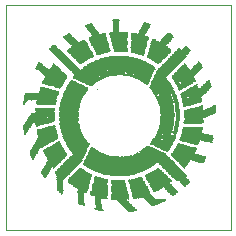
<source format=gtl>
G75*
%MOIN*%
%OFA0B0*%
%FSLAX25Y25*%
%IPPOS*%
%LPD*%
%AMOC8*
5,1,8,0,0,1.08239X$1,22.5*
%
%ADD10R,0.00600X0.00100*%
%ADD11R,0.01100X0.00100*%
%ADD12R,0.02000X0.00100*%
%ADD13R,0.02800X0.00100*%
%ADD14R,0.00800X0.00100*%
%ADD15R,0.03000X0.00100*%
%ADD16R,0.01500X0.00100*%
%ADD17R,0.03100X0.00100*%
%ADD18R,0.01800X0.00100*%
%ADD19R,0.03200X0.00100*%
%ADD20R,0.02400X0.00100*%
%ADD21R,0.03300X0.00100*%
%ADD22R,0.02300X0.00100*%
%ADD23R,0.03400X0.00100*%
%ADD24R,0.00200X0.00100*%
%ADD25R,0.00700X0.00100*%
%ADD26R,0.00400X0.00100*%
%ADD27R,0.01000X0.00100*%
%ADD28R,0.01200X0.00100*%
%ADD29R,0.01900X0.00100*%
%ADD30R,0.01600X0.00100*%
%ADD31R,0.02200X0.00100*%
%ADD32R,0.02700X0.00100*%
%ADD33R,0.02100X0.00100*%
%ADD34R,0.03600X0.00100*%
%ADD35R,0.04000X0.00100*%
%ADD36R,0.04300X0.00100*%
%ADD37R,0.04600X0.00100*%
%ADD38R,0.04800X0.00100*%
%ADD39R,0.05100X0.00100*%
%ADD40R,0.05600X0.00100*%
%ADD41R,0.05900X0.00100*%
%ADD42R,0.06200X0.00100*%
%ADD43R,0.06500X0.00100*%
%ADD44R,0.06600X0.00100*%
%ADD45R,0.00300X0.00100*%
%ADD46R,0.00100X0.00100*%
%ADD47R,0.06000X0.00100*%
%ADD48R,0.00500X0.00100*%
%ADD49R,0.06100X0.00100*%
%ADD50R,0.01400X0.00100*%
%ADD51R,0.04200X0.00100*%
%ADD52R,0.06800X0.00100*%
%ADD53R,0.06700X0.00100*%
%ADD54R,0.05800X0.00100*%
%ADD55R,0.04400X0.00100*%
%ADD56R,0.06400X0.00100*%
%ADD57R,0.05400X0.00100*%
%ADD58R,0.05700X0.00100*%
%ADD59R,0.01700X0.00100*%
%ADD60R,0.00900X0.00100*%
%ADD61R,0.05500X0.00100*%
%ADD62R,0.06300X0.00100*%
%ADD63R,0.01300X0.00100*%
%ADD64R,0.05300X0.00100*%
%ADD65R,0.05200X0.00100*%
%ADD66R,0.03500X0.00100*%
%ADD67R,0.03800X0.00100*%
%ADD68R,0.05000X0.00100*%
%ADD69R,0.07400X0.00100*%
%ADD70R,0.04700X0.00100*%
%ADD71R,0.04900X0.00100*%
%ADD72R,0.07300X0.00100*%
%ADD73R,0.07200X0.00100*%
%ADD74R,0.07100X0.00100*%
%ADD75R,0.07000X0.00100*%
%ADD76R,0.06900X0.00100*%
%ADD77R,0.02600X0.00100*%
%ADD78R,0.07600X0.00100*%
%ADD79R,0.07500X0.00100*%
%ADD80R,0.07700X0.00100*%
%ADD81R,0.04500X0.00100*%
%ADD82R,0.07800X0.00100*%
%ADD83R,0.07900X0.00100*%
%ADD84R,0.03700X0.00100*%
%ADD85R,0.02500X0.00100*%
%ADD86R,0.02900X0.00100*%
%ADD87R,0.03900X0.00100*%
%ADD88R,0.04100X0.00100*%
%ADD89R,0.08500X0.00100*%
%ADD90R,0.09600X0.00100*%
%ADD91R,0.10400X0.00100*%
%ADD92R,0.10900X0.00100*%
%ADD93R,0.11700X0.00100*%
%ADD94R,0.12200X0.00100*%
%ADD95R,0.12800X0.00100*%
%ADD96R,0.13700X0.00100*%
%ADD97R,0.14200X0.00100*%
%ADD98R,0.14500X0.00100*%
%ADD99R,0.15000X0.00100*%
%ADD100R,0.15600X0.00100*%
%ADD101R,0.16100X0.00100*%
%ADD102R,0.16600X0.00100*%
%ADD103R,0.16900X0.00100*%
%ADD104R,0.17400X0.00100*%
%ADD105R,0.17900X0.00100*%
%ADD106R,0.18100X0.00100*%
%ADD107R,0.18400X0.00100*%
%ADD108R,0.19000X0.00100*%
%ADD109R,0.19500X0.00100*%
%ADD110R,0.19700X0.00100*%
%ADD111R,0.20100X0.00100*%
%ADD112R,0.20500X0.00100*%
%ADD113R,0.20800X0.00100*%
%ADD114R,0.21100X0.00100*%
%ADD115R,0.21400X0.00100*%
%ADD116R,0.21800X0.00100*%
%ADD117R,0.22000X0.00100*%
%ADD118R,0.22300X0.00100*%
%ADD119R,0.22600X0.00100*%
%ADD120R,0.22800X0.00100*%
%ADD121R,0.23100X0.00100*%
%ADD122R,0.23400X0.00100*%
%ADD123R,0.23700X0.00100*%
%ADD124R,0.23800X0.00100*%
%ADD125R,0.24000X0.00100*%
%ADD126R,0.24100X0.00100*%
%ADD127R,0.24200X0.00100*%
%ADD128R,0.24300X0.00100*%
%ADD129R,0.30000X0.00100*%
%ADD130R,0.29900X0.00100*%
%ADD131R,0.29700X0.00100*%
%ADD132R,0.29600X0.00100*%
%ADD133R,0.29400X0.00100*%
%ADD134R,0.29100X0.00100*%
%ADD135R,0.29000X0.00100*%
%ADD136R,0.28800X0.00100*%
%ADD137R,0.28700X0.00100*%
%ADD138R,0.28600X0.00100*%
%ADD139R,0.09700X0.00100*%
%ADD140R,0.28400X0.00100*%
%ADD141R,0.09900X0.00100*%
%ADD142R,0.28300X0.00100*%
%ADD143R,0.10100X0.00100*%
%ADD144R,0.28100X0.00100*%
%ADD145R,0.10200X0.00100*%
%ADD146R,0.27900X0.00100*%
%ADD147R,0.10500X0.00100*%
%ADD148R,0.27800X0.00100*%
%ADD149R,0.10700X0.00100*%
%ADD150R,0.27600X0.00100*%
%ADD151R,0.11000X0.00100*%
%ADD152R,0.27400X0.00100*%
%ADD153R,0.14800X0.00100*%
%ADD154R,0.09400X0.00100*%
%ADD155R,0.11100X0.00100*%
%ADD156R,0.13500X0.00100*%
%ADD157R,0.10800X0.00100*%
%ADD158R,0.11600X0.00100*%
%ADD159R,0.10300X0.00100*%
%ADD160R,0.11400X0.00100*%
%ADD161R,0.11300X0.00100*%
%ADD162R,0.09500X0.00100*%
%ADD163R,0.09200X0.00100*%
%ADD164R,0.09100X0.00100*%
%ADD165R,0.08600X0.00100*%
%ADD166R,0.08200X0.00100*%
%ADD167R,0.08100X0.00100*%
%ADD168R,0.08000X0.00100*%
%ADD169R,0.10600X0.00100*%
%ADD170R,0.09800X0.00100*%
%ADD171R,0.08300X0.00100*%
%ADD172R,0.09000X0.00100*%
%ADD173R,0.09300X0.00100*%
%ADD174R,0.08800X0.00100*%
%ADD175R,0.08400X0.00100*%
%ADD176R,0.10000X0.00100*%
%ADD177R,0.11200X0.00100*%
%ADD178R,0.08700X0.00100*%
%ADD179R,0.19200X0.00100*%
%ADD180R,0.13800X0.00100*%
%ADD181R,0.14000X0.00100*%
%ADD182R,0.14300X0.00100*%
%ADD183R,0.12900X0.00100*%
%ADD184R,0.13100X0.00100*%
%ADD185R,0.11900X0.00100*%
%ADD186R,0.15200X0.00100*%
%ADD187R,0.15300X0.00100*%
%ADD188R,0.15400X0.00100*%
%ADD189R,0.24400X0.00100*%
%ADD190R,0.19300X0.00100*%
%ADD191R,0.19100X0.00100*%
%ADD192R,0.23200X0.00100*%
%ADD193R,0.23000X0.00100*%
%ADD194R,0.18000X0.00100*%
%ADD195R,0.21900X0.00100*%
%ADD196R,0.21600X0.00100*%
%ADD197R,0.21200X0.00100*%
%ADD198R,0.21000X0.00100*%
%ADD199R,0.20700X0.00100*%
%ADD200R,0.20300X0.00100*%
%ADD201R,0.20000X0.00100*%
%ADD202R,0.18600X0.00100*%
%ADD203R,0.18200X0.00100*%
%ADD204R,0.17800X0.00100*%
%ADD205R,0.17300X0.00100*%
%ADD206R,0.16400X0.00100*%
%ADD207R,0.16000X0.00100*%
%ADD208R,0.15500X0.00100*%
%ADD209R,0.14900X0.00100*%
%ADD210R,0.14100X0.00100*%
%ADD211R,0.13600X0.00100*%
%ADD212R,0.13000X0.00100*%
%ADD213R,0.12500X0.00100*%
%ADD214R,0.11800X0.00100*%
%ADD215C,0.00000*%
D10*
X0019850Y0013100D03*
X0031050Y0018700D03*
X0040350Y0017400D03*
X0042350Y0007000D03*
X0050650Y0013800D03*
X0060750Y0015700D03*
X0066650Y0023300D03*
X0054750Y0027200D03*
X0065250Y0036300D03*
X0070550Y0042200D03*
X0064650Y0049300D03*
X0068650Y0050700D03*
X0065450Y0056800D03*
X0061150Y0062000D03*
X0058850Y0061200D03*
X0048050Y0049500D03*
X0044250Y0051700D03*
X0042850Y0052800D03*
X0042850Y0052900D03*
X0040550Y0053400D03*
X0040550Y0053500D03*
X0029350Y0049000D03*
X0023050Y0050800D03*
X0012250Y0056600D03*
X0017250Y0062500D03*
X0022150Y0066300D03*
X0007150Y0043000D03*
X0007450Y0033100D03*
X0007450Y0033000D03*
X0010150Y0024800D03*
X0010150Y0024700D03*
X0017250Y0035800D03*
X0033350Y0007300D03*
X0060050Y0044800D03*
X0059050Y0047700D03*
X0052350Y0046200D03*
X0052350Y0046100D03*
X0051250Y0045600D03*
D11*
X0051200Y0046100D03*
X0048000Y0049700D03*
X0044000Y0051900D03*
X0046600Y0059300D03*
X0050300Y0064300D03*
X0055300Y0066300D03*
X0058800Y0061000D03*
X0065400Y0056500D03*
X0065400Y0056400D03*
X0068500Y0050300D03*
X0064500Y0048900D03*
X0062400Y0044700D03*
X0059200Y0047900D03*
X0059200Y0048000D03*
X0058400Y0049600D03*
X0058300Y0049700D03*
X0057200Y0046000D03*
X0057300Y0045800D03*
X0057300Y0045700D03*
X0057300Y0045600D03*
X0057700Y0044300D03*
X0057700Y0044200D03*
X0057800Y0044100D03*
X0057800Y0044000D03*
X0057800Y0043900D03*
X0057900Y0043700D03*
X0057900Y0043600D03*
X0057900Y0043500D03*
X0058000Y0043300D03*
X0058000Y0043200D03*
X0058000Y0043100D03*
X0058000Y0043000D03*
X0058200Y0041600D03*
X0058300Y0041200D03*
X0058400Y0038900D03*
X0058400Y0038800D03*
X0058400Y0038700D03*
X0057500Y0033000D03*
X0060600Y0022100D03*
X0060600Y0022000D03*
X0056700Y0012700D03*
X0050800Y0014000D03*
X0042400Y0007100D03*
X0034500Y0011500D03*
X0019600Y0013600D03*
X0014100Y0018900D03*
X0010200Y0025200D03*
X0010200Y0025300D03*
X0018600Y0030000D03*
X0029900Y0028200D03*
X0044700Y0026100D03*
X0029300Y0049200D03*
X0023100Y0050600D03*
X0026000Y0056700D03*
X0017200Y0055800D03*
X0013200Y0048400D03*
X0007600Y0043900D03*
X0007500Y0043700D03*
X0033800Y0066300D03*
X0041100Y0066300D03*
D12*
X0037850Y0071100D03*
X0047850Y0069600D03*
X0051850Y0057000D03*
X0047750Y0050200D03*
X0058250Y0050400D03*
X0059550Y0048400D03*
X0060750Y0046600D03*
X0060550Y0045300D03*
X0060750Y0044700D03*
X0064150Y0048500D03*
X0065750Y0041900D03*
X0065250Y0055900D03*
X0061150Y0061300D03*
X0036250Y0054000D03*
X0026150Y0057000D03*
X0017350Y0055300D03*
X0012450Y0055900D03*
X0018550Y0048600D03*
X0016250Y0038600D03*
X0013750Y0038400D03*
X0013650Y0038200D03*
X0007950Y0034700D03*
X0010250Y0026200D03*
X0010250Y0026100D03*
X0018350Y0029600D03*
X0026050Y0020900D03*
X0031650Y0018300D03*
X0026350Y0009700D03*
X0019150Y0014200D03*
X0042850Y0007200D03*
X0045550Y0018100D03*
X0051750Y0020900D03*
X0048650Y0028500D03*
X0060550Y0022600D03*
X0060750Y0016400D03*
X0021950Y0065700D03*
D13*
X0021850Y0065400D03*
X0028950Y0068900D03*
X0029350Y0068400D03*
X0030050Y0067400D03*
X0030650Y0066700D03*
X0030850Y0066400D03*
X0017350Y0054900D03*
X0034250Y0052300D03*
X0045850Y0059800D03*
X0055550Y0065600D03*
X0060550Y0054900D03*
X0061650Y0042800D03*
X0054850Y0032800D03*
X0051550Y0031100D03*
X0059550Y0029100D03*
X0060450Y0023000D03*
X0051650Y0020600D03*
X0056950Y0013300D03*
X0043150Y0007300D03*
X0039150Y0019000D03*
X0019350Y0018100D03*
X0014150Y0020300D03*
X0008250Y0035700D03*
X0008250Y0035800D03*
X0008550Y0036200D03*
X0008650Y0036300D03*
X0008750Y0036400D03*
D14*
X0011550Y0035700D03*
X0007550Y0033400D03*
X0007550Y0033300D03*
X0010150Y0025000D03*
X0014150Y0018800D03*
X0017150Y0035700D03*
X0007350Y0043400D03*
X0013050Y0048500D03*
X0019050Y0048300D03*
X0023050Y0050700D03*
X0026050Y0056500D03*
X0017250Y0062400D03*
X0012250Y0056500D03*
X0029450Y0069600D03*
X0041150Y0066100D03*
X0050150Y0064400D03*
X0061150Y0061900D03*
X0068550Y0050500D03*
X0059150Y0047800D03*
X0052350Y0045800D03*
X0057550Y0032500D03*
X0054750Y0027300D03*
X0044850Y0026200D03*
X0042750Y0025700D03*
X0034150Y0025800D03*
X0034150Y0025900D03*
X0033250Y0007400D03*
X0056650Y0012600D03*
X0060750Y0015800D03*
X0058250Y0017400D03*
X0069450Y0030200D03*
D15*
X0068450Y0030700D03*
X0060450Y0023200D03*
X0060850Y0016800D03*
X0056950Y0013400D03*
X0051350Y0014700D03*
X0045150Y0017900D03*
X0043150Y0007400D03*
X0051550Y0031000D03*
X0059750Y0048800D03*
X0060550Y0054800D03*
X0065150Y0055300D03*
X0065150Y0055400D03*
X0068050Y0048900D03*
X0054050Y0063700D03*
X0054150Y0063800D03*
X0054350Y0064000D03*
X0054450Y0064100D03*
X0054750Y0064500D03*
X0054850Y0064600D03*
X0054950Y0064700D03*
X0055050Y0064800D03*
X0055150Y0064900D03*
X0055250Y0065000D03*
X0055550Y0065400D03*
X0051650Y0057500D03*
X0047450Y0050700D03*
X0042850Y0052500D03*
X0031050Y0066200D03*
X0029050Y0068700D03*
X0021850Y0065300D03*
X0017250Y0061400D03*
X0017250Y0061300D03*
X0012650Y0055300D03*
X0014050Y0048000D03*
X0012550Y0036200D03*
X0016150Y0035200D03*
X0018150Y0029200D03*
X0025650Y0032000D03*
X0019450Y0018300D03*
D16*
X0019400Y0013900D03*
X0014100Y0019200D03*
X0014100Y0019300D03*
X0010200Y0025700D03*
X0007700Y0034100D03*
X0030000Y0028000D03*
X0026600Y0009400D03*
X0032900Y0007500D03*
X0050200Y0009300D03*
X0056800Y0012800D03*
X0060800Y0016100D03*
X0048600Y0028600D03*
X0051900Y0031500D03*
X0051800Y0031700D03*
X0057400Y0033300D03*
X0057600Y0033900D03*
X0058000Y0036000D03*
X0058000Y0036100D03*
X0066000Y0042000D03*
X0061100Y0046900D03*
X0059400Y0048100D03*
X0058200Y0050100D03*
X0056000Y0048200D03*
X0051200Y0046400D03*
X0047800Y0050000D03*
X0046400Y0059500D03*
X0050500Y0064100D03*
X0060600Y0055700D03*
X0068400Y0050000D03*
X0068400Y0049900D03*
X0032100Y0059700D03*
X0029300Y0049300D03*
X0017200Y0062100D03*
D17*
X0021900Y0065200D03*
X0017400Y0054700D03*
X0018300Y0049000D03*
X0023700Y0049900D03*
X0032700Y0060000D03*
X0045800Y0059900D03*
X0054300Y0063900D03*
X0054500Y0064200D03*
X0054600Y0064300D03*
X0054700Y0064400D03*
X0055300Y0065100D03*
X0055400Y0065200D03*
X0060500Y0054700D03*
X0064800Y0054800D03*
X0065100Y0055200D03*
X0068000Y0048800D03*
X0063700Y0048000D03*
X0061400Y0044500D03*
X0065200Y0041600D03*
X0069400Y0041200D03*
X0065700Y0023900D03*
X0060400Y0023300D03*
X0060500Y0017400D03*
X0060800Y0016900D03*
X0056900Y0013500D03*
X0056800Y0013600D03*
X0050600Y0009700D03*
X0045000Y0011800D03*
X0043100Y0007500D03*
X0051600Y0020500D03*
X0048800Y0028200D03*
X0047400Y0050800D03*
X0018100Y0029100D03*
X0009100Y0036800D03*
X0019500Y0018400D03*
X0026600Y0013900D03*
X0026600Y0013800D03*
X0026600Y0013700D03*
X0026600Y0013600D03*
X0026600Y0013500D03*
D18*
X0026450Y0009600D03*
X0032650Y0007600D03*
X0019250Y0014100D03*
X0014050Y0019500D03*
X0010250Y0025900D03*
X0010250Y0026000D03*
X0007850Y0034500D03*
X0016350Y0038100D03*
X0016350Y0038200D03*
X0016350Y0038300D03*
X0016350Y0038400D03*
X0030050Y0027800D03*
X0051250Y0046600D03*
X0047750Y0050100D03*
X0043550Y0052100D03*
X0055450Y0066000D03*
X0065350Y0056000D03*
X0058250Y0050300D03*
X0060650Y0044900D03*
X0070050Y0041700D03*
X0059250Y0029400D03*
X0060550Y0022500D03*
X0060550Y0022400D03*
X0051950Y0031400D03*
X0026850Y0063700D03*
X0043750Y0066300D03*
D19*
X0047350Y0050900D03*
X0061350Y0044600D03*
X0064750Y0044600D03*
X0064750Y0044500D03*
X0067250Y0048000D03*
X0067950Y0048600D03*
X0067950Y0048700D03*
X0064550Y0054500D03*
X0065050Y0055100D03*
X0051550Y0030900D03*
X0054150Y0028100D03*
X0063750Y0030000D03*
X0060550Y0017300D03*
X0060650Y0017200D03*
X0060750Y0017000D03*
X0056750Y0013800D03*
X0056750Y0013700D03*
X0055650Y0014900D03*
X0055550Y0015000D03*
X0055450Y0015100D03*
X0055350Y0015200D03*
X0051350Y0014800D03*
X0048950Y0011500D03*
X0049050Y0011400D03*
X0043050Y0007600D03*
X0042150Y0008500D03*
X0039850Y0010800D03*
X0039750Y0010900D03*
X0032150Y0018000D03*
X0026650Y0014400D03*
X0026650Y0014300D03*
X0026650Y0014200D03*
X0026650Y0014100D03*
X0026650Y0014000D03*
X0026150Y0020400D03*
X0019550Y0018500D03*
X0030450Y0027100D03*
X0029050Y0049800D03*
X0024150Y0054300D03*
X0023750Y0054600D03*
X0023450Y0054900D03*
X0023350Y0055000D03*
X0023150Y0055300D03*
X0021450Y0056900D03*
X0019750Y0058700D03*
X0017350Y0061100D03*
X0017250Y0061200D03*
X0021950Y0065100D03*
X0022750Y0064300D03*
X0022850Y0064200D03*
X0022950Y0064100D03*
X0023050Y0064000D03*
X0023150Y0063900D03*
X0023250Y0063800D03*
X0023350Y0063700D03*
X0023450Y0063600D03*
X0026250Y0057500D03*
X0012650Y0055200D03*
D20*
X0017350Y0055100D03*
X0023550Y0050100D03*
X0032450Y0059900D03*
X0021850Y0065600D03*
X0017250Y0061600D03*
X0013750Y0048100D03*
X0008050Y0035100D03*
X0018250Y0029400D03*
X0026050Y0020700D03*
X0026250Y0013400D03*
X0032050Y0011600D03*
X0031950Y0008200D03*
X0032050Y0007900D03*
X0032150Y0007800D03*
X0032250Y0007700D03*
X0019150Y0017800D03*
X0014050Y0019900D03*
X0030250Y0027500D03*
X0050450Y0009500D03*
X0051150Y0014500D03*
X0051650Y0020700D03*
X0054350Y0027800D03*
X0060750Y0016600D03*
X0061450Y0042600D03*
X0063950Y0048300D03*
X0068150Y0049300D03*
X0068150Y0049400D03*
X0065250Y0055700D03*
X0060550Y0055100D03*
X0061150Y0061100D03*
X0055550Y0065800D03*
X0050850Y0063700D03*
X0051750Y0057200D03*
X0047650Y0050400D03*
X0051350Y0046900D03*
X0037750Y0070800D03*
D21*
X0023600Y0063500D03*
X0022600Y0064400D03*
X0022500Y0064500D03*
X0022400Y0064600D03*
X0022300Y0064700D03*
X0022200Y0064800D03*
X0022100Y0064900D03*
X0022000Y0065000D03*
X0017600Y0060800D03*
X0017500Y0060900D03*
X0017400Y0061000D03*
X0017800Y0060600D03*
X0017900Y0060500D03*
X0018000Y0060400D03*
X0018100Y0060300D03*
X0018200Y0060200D03*
X0018300Y0060100D03*
X0018500Y0059900D03*
X0018600Y0059800D03*
X0018700Y0059700D03*
X0018800Y0059600D03*
X0018900Y0059500D03*
X0019000Y0059400D03*
X0019100Y0059300D03*
X0019200Y0059200D03*
X0019300Y0059100D03*
X0019400Y0059000D03*
X0019500Y0058900D03*
X0019600Y0058800D03*
X0019800Y0058600D03*
X0019900Y0058500D03*
X0020000Y0058400D03*
X0020100Y0058300D03*
X0020200Y0058200D03*
X0020300Y0058100D03*
X0020400Y0058000D03*
X0020600Y0057800D03*
X0020700Y0057700D03*
X0020800Y0057600D03*
X0021000Y0057400D03*
X0021100Y0057300D03*
X0021200Y0057200D03*
X0021600Y0056800D03*
X0021700Y0056700D03*
X0021800Y0056600D03*
X0021900Y0056500D03*
X0022000Y0056400D03*
X0022100Y0056300D03*
X0022200Y0056200D03*
X0022300Y0056100D03*
X0022400Y0056000D03*
X0022500Y0055900D03*
X0022600Y0055800D03*
X0022700Y0055700D03*
X0022800Y0055600D03*
X0023200Y0055200D03*
X0023300Y0055100D03*
X0023600Y0054800D03*
X0023700Y0054700D03*
X0023900Y0054500D03*
X0024000Y0054400D03*
X0023700Y0049800D03*
X0017400Y0054600D03*
X0014200Y0047900D03*
X0018000Y0029000D03*
X0019600Y0018600D03*
X0026700Y0014600D03*
X0026700Y0014500D03*
X0039700Y0011000D03*
X0039900Y0010700D03*
X0040000Y0010600D03*
X0040100Y0010500D03*
X0040200Y0010400D03*
X0040400Y0010200D03*
X0040500Y0010100D03*
X0040600Y0010000D03*
X0040800Y0009800D03*
X0040900Y0009700D03*
X0041000Y0009600D03*
X0041100Y0009500D03*
X0041200Y0009400D03*
X0041300Y0009300D03*
X0041400Y0009200D03*
X0041500Y0009100D03*
X0041600Y0009000D03*
X0041700Y0008900D03*
X0042000Y0008600D03*
X0042200Y0008400D03*
X0042300Y0008300D03*
X0042400Y0008200D03*
X0042500Y0008100D03*
X0042600Y0008000D03*
X0042700Y0007900D03*
X0042900Y0007800D03*
X0043000Y0007700D03*
X0048600Y0011800D03*
X0048700Y0011700D03*
X0048800Y0011600D03*
X0049100Y0011300D03*
X0049200Y0011200D03*
X0049400Y0011100D03*
X0051400Y0014900D03*
X0055700Y0014800D03*
X0055800Y0014700D03*
X0055900Y0014600D03*
X0056000Y0014500D03*
X0056100Y0014400D03*
X0056200Y0014300D03*
X0056300Y0014200D03*
X0056600Y0013900D03*
X0060700Y0017100D03*
X0060400Y0023400D03*
X0059800Y0029000D03*
X0051600Y0020400D03*
X0065100Y0041500D03*
X0064700Y0044700D03*
X0067400Y0048100D03*
X0067500Y0048200D03*
X0067800Y0048500D03*
X0064300Y0054300D03*
X0064400Y0054400D03*
X0064600Y0054600D03*
X0064700Y0054700D03*
X0064900Y0054900D03*
X0065000Y0055000D03*
X0060500Y0054600D03*
X0059900Y0048900D03*
X0054500Y0046000D03*
X0054500Y0045900D03*
X0054500Y0045800D03*
X0069300Y0041100D03*
D22*
X0065600Y0041800D03*
X0059600Y0048500D03*
X0060600Y0055200D03*
X0068200Y0049500D03*
X0048000Y0069500D03*
X0046100Y0059700D03*
X0038700Y0053600D03*
X0026700Y0063500D03*
X0017200Y0061700D03*
X0012500Y0055700D03*
X0017300Y0055200D03*
X0013700Y0038100D03*
X0008000Y0035000D03*
X0010300Y0026500D03*
X0014100Y0019800D03*
X0019100Y0017700D03*
X0019100Y0017600D03*
X0019000Y0016300D03*
X0019000Y0016200D03*
X0019000Y0016100D03*
X0019000Y0016000D03*
X0019000Y0015900D03*
X0019000Y0015500D03*
X0019000Y0015400D03*
X0019000Y0015300D03*
X0019000Y0014900D03*
X0019000Y0014800D03*
X0019000Y0014700D03*
X0026200Y0013300D03*
X0026200Y0012900D03*
X0026200Y0012800D03*
X0026200Y0012700D03*
X0026200Y0012600D03*
X0026200Y0012500D03*
X0026200Y0012400D03*
X0026200Y0012300D03*
X0026200Y0012200D03*
X0026200Y0012100D03*
X0026200Y0012000D03*
X0026200Y0011900D03*
X0026200Y0011800D03*
X0026200Y0011700D03*
X0026200Y0011600D03*
X0026200Y0011500D03*
X0026200Y0011400D03*
X0026200Y0011300D03*
X0026200Y0011200D03*
X0026200Y0011100D03*
X0026200Y0011000D03*
X0026200Y0010900D03*
X0026200Y0010800D03*
X0026200Y0010700D03*
X0026200Y0010400D03*
X0026200Y0010300D03*
X0026200Y0010200D03*
X0026200Y0010100D03*
X0026200Y0010000D03*
X0031900Y0010000D03*
X0031900Y0010100D03*
X0031900Y0010200D03*
X0031900Y0010300D03*
X0032000Y0009400D03*
X0032000Y0009300D03*
X0032000Y0009200D03*
X0032000Y0009100D03*
X0032000Y0009000D03*
X0032000Y0008900D03*
X0032000Y0008800D03*
X0032000Y0008700D03*
X0032000Y0008600D03*
X0032000Y0008500D03*
X0032000Y0008400D03*
X0032000Y0008300D03*
X0032000Y0008100D03*
X0032000Y0008000D03*
X0032000Y0011500D03*
X0031800Y0018200D03*
X0030200Y0027600D03*
X0044600Y0011700D03*
X0056800Y0013200D03*
X0060500Y0022700D03*
X0048700Y0028400D03*
X0037800Y0067000D03*
X0037700Y0067800D03*
X0037700Y0067900D03*
X0037700Y0068000D03*
X0037700Y0068100D03*
X0037700Y0070600D03*
X0037700Y0070700D03*
X0037800Y0070900D03*
D23*
X0038250Y0066900D03*
X0032850Y0060100D03*
X0023050Y0055400D03*
X0022950Y0055500D03*
X0021350Y0057000D03*
X0021250Y0057100D03*
X0020950Y0057500D03*
X0020450Y0057900D03*
X0018350Y0060000D03*
X0017750Y0060700D03*
X0012750Y0055100D03*
X0017450Y0054500D03*
X0012750Y0036300D03*
X0015950Y0035100D03*
X0030550Y0027000D03*
X0019650Y0018700D03*
X0026750Y0014700D03*
X0040350Y0010300D03*
X0040750Y0009900D03*
X0041850Y0008800D03*
X0041950Y0008700D03*
X0050650Y0009800D03*
X0056450Y0014100D03*
X0056550Y0014000D03*
X0060350Y0023500D03*
X0048850Y0028100D03*
X0054550Y0046100D03*
X0054550Y0046200D03*
X0061150Y0049700D03*
X0067650Y0048300D03*
X0067750Y0048400D03*
X0051550Y0057600D03*
D24*
X0045250Y0051900D03*
X0041250Y0066800D03*
X0023050Y0050900D03*
X0011450Y0035500D03*
X0017050Y0021600D03*
X0027150Y0009000D03*
X0042450Y0017700D03*
X0045250Y0026700D03*
X0052950Y0032700D03*
X0065850Y0035200D03*
X0065550Y0057000D03*
D25*
X0065400Y0056700D03*
X0060700Y0056100D03*
X0064600Y0049200D03*
X0068600Y0050600D03*
X0066300Y0042300D03*
X0060700Y0042200D03*
X0052300Y0045900D03*
X0052300Y0046000D03*
X0051200Y0045800D03*
X0051200Y0045700D03*
X0051300Y0045500D03*
X0051900Y0056500D03*
X0046700Y0059200D03*
X0050100Y0064500D03*
X0055300Y0066500D03*
X0043300Y0066500D03*
X0040500Y0053300D03*
X0027200Y0064100D03*
X0022100Y0066200D03*
X0029500Y0069700D03*
X0017200Y0056100D03*
X0007300Y0043300D03*
X0007200Y0043200D03*
X0007200Y0043100D03*
X0016900Y0041600D03*
X0007500Y0033200D03*
X0010200Y0024900D03*
X0014200Y0018700D03*
X0014200Y0018600D03*
X0017200Y0021800D03*
X0018800Y0030200D03*
X0026000Y0021400D03*
X0029800Y0028400D03*
X0034100Y0026000D03*
X0044900Y0026400D03*
X0045000Y0026500D03*
X0048400Y0028900D03*
X0051800Y0021400D03*
X0060600Y0021800D03*
X0064800Y0029400D03*
X0057600Y0032600D03*
X0057600Y0032700D03*
X0056700Y0012500D03*
X0050100Y0009000D03*
X0027000Y0009200D03*
X0019800Y0013200D03*
D26*
X0019850Y0013000D03*
X0014150Y0018400D03*
X0010150Y0024600D03*
X0007350Y0032800D03*
X0007050Y0042700D03*
X0018850Y0030300D03*
X0027850Y0013400D03*
X0027050Y0009100D03*
X0043850Y0011500D03*
X0050650Y0013700D03*
X0058150Y0017300D03*
X0060750Y0015600D03*
X0058750Y0029700D03*
X0069650Y0030100D03*
X0070650Y0042400D03*
X0070750Y0042500D03*
X0068650Y0050800D03*
X0052350Y0046300D03*
X0045150Y0051700D03*
X0046750Y0059100D03*
X0051950Y0056400D03*
X0050050Y0064600D03*
X0047350Y0070000D03*
X0037450Y0060500D03*
X0035150Y0053000D03*
D27*
X0031950Y0059500D03*
X0027050Y0064000D03*
X0026050Y0056600D03*
X0017250Y0062300D03*
X0007550Y0043800D03*
X0007450Y0043600D03*
X0007650Y0033600D03*
X0010150Y0025100D03*
X0019650Y0013500D03*
X0019750Y0013400D03*
X0048450Y0028800D03*
X0051350Y0031900D03*
X0051350Y0032000D03*
X0051650Y0032600D03*
X0051650Y0032700D03*
X0058950Y0029600D03*
X0064650Y0029500D03*
X0064150Y0036300D03*
X0057250Y0045900D03*
X0057150Y0046100D03*
X0057150Y0046200D03*
X0051150Y0046000D03*
X0060650Y0055900D03*
X0064550Y0049000D03*
X0068550Y0050400D03*
X0041050Y0060500D03*
X0041150Y0066200D03*
X0060750Y0015900D03*
X0050750Y0013900D03*
X0050150Y0009100D03*
D28*
X0050150Y0009200D03*
X0060750Y0016000D03*
X0054650Y0027400D03*
X0051450Y0032100D03*
X0051650Y0032500D03*
X0058250Y0037000D03*
X0058250Y0037100D03*
X0058250Y0037200D03*
X0058350Y0038100D03*
X0058350Y0038200D03*
X0058350Y0038300D03*
X0058350Y0038400D03*
X0058350Y0038500D03*
X0058350Y0038600D03*
X0058350Y0039000D03*
X0058350Y0039100D03*
X0058350Y0039200D03*
X0058350Y0039300D03*
X0058350Y0039400D03*
X0058350Y0039500D03*
X0058350Y0039600D03*
X0058350Y0039700D03*
X0058250Y0040900D03*
X0058250Y0041000D03*
X0058250Y0041100D03*
X0058250Y0041300D03*
X0058250Y0041400D03*
X0058250Y0041500D03*
X0058150Y0041700D03*
X0058150Y0041800D03*
X0058150Y0041900D03*
X0058150Y0042000D03*
X0058150Y0042100D03*
X0058050Y0042200D03*
X0058050Y0042300D03*
X0058050Y0042400D03*
X0058050Y0042800D03*
X0058050Y0042900D03*
X0057950Y0043400D03*
X0057850Y0043800D03*
X0057650Y0044400D03*
X0057650Y0044500D03*
X0057550Y0044600D03*
X0057550Y0044700D03*
X0057550Y0044800D03*
X0057250Y0045500D03*
X0061050Y0044800D03*
X0060850Y0042300D03*
X0064450Y0048800D03*
X0068450Y0050200D03*
X0060650Y0055800D03*
X0061150Y0061700D03*
X0051850Y0056700D03*
X0047950Y0049800D03*
X0045250Y0052300D03*
X0058250Y0049800D03*
X0070350Y0042000D03*
X0069250Y0030300D03*
X0043450Y0066400D03*
X0047550Y0069800D03*
X0032050Y0059600D03*
X0022050Y0066000D03*
X0017250Y0062200D03*
X0012350Y0056300D03*
X0007650Y0044000D03*
X0007650Y0033800D03*
X0007650Y0033700D03*
X0010250Y0025400D03*
X0014150Y0019000D03*
X0025950Y0021200D03*
X0031250Y0018500D03*
X0029950Y0028100D03*
X0026750Y0009300D03*
D29*
X0014100Y0019600D03*
X0007900Y0034600D03*
X0012000Y0036000D03*
X0013700Y0038300D03*
X0016300Y0038500D03*
X0023400Y0050300D03*
X0017300Y0055400D03*
X0017200Y0061900D03*
X0029100Y0069300D03*
X0032300Y0059800D03*
X0033400Y0051900D03*
X0043400Y0052200D03*
X0046200Y0059600D03*
X0050700Y0063900D03*
X0060600Y0055400D03*
X0061100Y0061400D03*
X0068300Y0049700D03*
X0060900Y0046700D03*
X0060600Y0046500D03*
X0060600Y0045200D03*
X0060600Y0045100D03*
X0060600Y0045000D03*
X0059500Y0048300D03*
X0051300Y0046700D03*
X0052200Y0032900D03*
X0052000Y0031300D03*
X0054500Y0027600D03*
X0060800Y0016300D03*
X0056800Y0013000D03*
X0051000Y0014300D03*
X0050300Y0009400D03*
X0068900Y0030400D03*
D30*
X0064450Y0029600D03*
X0060550Y0022300D03*
X0051750Y0021000D03*
X0044450Y0026000D03*
X0052050Y0032800D03*
X0061050Y0042400D03*
X0059450Y0048200D03*
X0058250Y0050200D03*
X0064250Y0048700D03*
X0068350Y0049800D03*
X0065350Y0056200D03*
X0061050Y0061500D03*
X0055450Y0066100D03*
X0050550Y0064000D03*
X0026950Y0063800D03*
X0017250Y0055600D03*
X0012350Y0056100D03*
X0018750Y0048500D03*
X0012150Y0042800D03*
X0011850Y0035900D03*
X0007750Y0034300D03*
X0007750Y0034200D03*
X0018450Y0029800D03*
X0030050Y0027900D03*
X0031450Y0018400D03*
X0034250Y0011600D03*
X0026550Y0009500D03*
D31*
X0026250Y0009900D03*
X0026150Y0010500D03*
X0026150Y0010600D03*
X0026150Y0013000D03*
X0026150Y0013100D03*
X0026150Y0013200D03*
X0031950Y0011400D03*
X0031950Y0011300D03*
X0031950Y0011200D03*
X0031950Y0011100D03*
X0031950Y0011000D03*
X0031950Y0010900D03*
X0031950Y0010800D03*
X0031950Y0010700D03*
X0031950Y0010600D03*
X0031950Y0010500D03*
X0031950Y0010400D03*
X0031950Y0009900D03*
X0031950Y0009800D03*
X0031950Y0009700D03*
X0031950Y0009600D03*
X0031950Y0009500D03*
X0037450Y0017400D03*
X0026050Y0020800D03*
X0019050Y0017500D03*
X0019050Y0017400D03*
X0019050Y0017300D03*
X0019050Y0017200D03*
X0019050Y0017100D03*
X0019050Y0017000D03*
X0019050Y0016900D03*
X0019050Y0016800D03*
X0019050Y0016700D03*
X0019050Y0016600D03*
X0019050Y0016500D03*
X0019050Y0016400D03*
X0019050Y0015800D03*
X0019050Y0015700D03*
X0019050Y0015600D03*
X0019050Y0015200D03*
X0019050Y0015100D03*
X0019050Y0015000D03*
X0019050Y0014600D03*
X0019050Y0014500D03*
X0019150Y0014400D03*
X0019150Y0014300D03*
X0018350Y0029500D03*
X0013750Y0038500D03*
X0007950Y0034900D03*
X0026150Y0057100D03*
X0033750Y0052000D03*
X0038650Y0053400D03*
X0051350Y0046800D03*
X0060450Y0046300D03*
X0060450Y0046200D03*
X0064050Y0048400D03*
X0069850Y0041600D03*
X0065250Y0055800D03*
X0051850Y0057100D03*
X0037750Y0067100D03*
X0037750Y0067200D03*
X0037750Y0067300D03*
X0037750Y0067400D03*
X0037750Y0067500D03*
X0037750Y0067600D03*
X0037750Y0067700D03*
X0037750Y0068200D03*
X0037750Y0068300D03*
X0037750Y0068400D03*
X0037750Y0068500D03*
X0037750Y0068600D03*
X0037750Y0068700D03*
X0037750Y0068800D03*
X0037750Y0068900D03*
X0037750Y0069000D03*
X0037750Y0069100D03*
X0037750Y0069200D03*
X0037750Y0069300D03*
X0037750Y0069400D03*
X0037750Y0069500D03*
X0037750Y0069600D03*
X0037750Y0069700D03*
X0037750Y0069800D03*
X0037750Y0069900D03*
X0037750Y0070000D03*
X0037750Y0070100D03*
X0037750Y0070200D03*
X0037750Y0070300D03*
X0037750Y0070400D03*
X0037750Y0070500D03*
X0037750Y0071000D03*
X0054450Y0027700D03*
X0051750Y0020800D03*
X0051050Y0014400D03*
X0060750Y0016500D03*
X0066050Y0023700D03*
D32*
X0065900Y0023800D03*
X0068600Y0030600D03*
X0069600Y0041400D03*
X0063800Y0048100D03*
X0059700Y0048700D03*
X0061600Y0042700D03*
X0068100Y0049100D03*
X0068100Y0049200D03*
X0065200Y0055500D03*
X0061100Y0061000D03*
X0055600Y0065700D03*
X0047900Y0069000D03*
X0047500Y0068300D03*
X0051700Y0057300D03*
X0047500Y0050600D03*
X0042900Y0052400D03*
X0026200Y0057300D03*
X0023600Y0050000D03*
X0018300Y0048800D03*
X0012600Y0055500D03*
X0017200Y0061500D03*
X0028900Y0069000D03*
X0008200Y0035600D03*
X0011400Y0028600D03*
X0011200Y0028400D03*
X0011100Y0028200D03*
X0011000Y0028100D03*
X0011000Y0028000D03*
X0010700Y0027500D03*
X0010500Y0027200D03*
X0010400Y0027000D03*
X0015100Y0021900D03*
X0015000Y0021800D03*
X0015000Y0021700D03*
X0014900Y0021500D03*
X0014800Y0021400D03*
X0014800Y0021300D03*
X0014700Y0021200D03*
X0014600Y0021100D03*
X0014600Y0021000D03*
X0014500Y0020900D03*
X0014400Y0020700D03*
X0014300Y0020500D03*
X0014200Y0020400D03*
X0014100Y0020200D03*
X0014100Y0020100D03*
X0019300Y0018000D03*
X0026100Y0020600D03*
X0032000Y0018100D03*
X0030300Y0027300D03*
X0025800Y0031900D03*
X0018200Y0029300D03*
X0048800Y0028300D03*
X0051600Y0031200D03*
X0051200Y0014600D03*
X0050600Y0009600D03*
D33*
X0056800Y0013100D03*
X0059300Y0029300D03*
X0064300Y0029700D03*
X0068800Y0030500D03*
X0061300Y0042500D03*
X0060500Y0046400D03*
X0068300Y0049600D03*
X0060600Y0055300D03*
X0061100Y0061200D03*
X0055500Y0065900D03*
X0050700Y0063800D03*
X0043200Y0052300D03*
X0047700Y0050300D03*
X0038600Y0053500D03*
X0029200Y0049500D03*
X0023500Y0050200D03*
X0013600Y0048200D03*
X0012500Y0055800D03*
X0017200Y0061800D03*
X0026800Y0063600D03*
X0016600Y0035400D03*
X0007900Y0034800D03*
X0010300Y0026400D03*
X0010300Y0026300D03*
X0014100Y0019700D03*
X0026300Y0009800D03*
X0030200Y0027700D03*
D34*
X0019750Y0018900D03*
X0011950Y0028800D03*
X0012050Y0028900D03*
X0015850Y0035000D03*
X0010550Y0038400D03*
X0010550Y0038500D03*
X0023850Y0049700D03*
X0012850Y0054900D03*
X0038850Y0058900D03*
X0045550Y0060000D03*
X0047550Y0051700D03*
X0060450Y0054400D03*
X0068150Y0030800D03*
X0060350Y0023600D03*
X0051550Y0020300D03*
X0050650Y0009900D03*
X0039550Y0011100D03*
D35*
X0044750Y0017700D03*
X0051550Y0015200D03*
X0050750Y0010000D03*
X0030650Y0026800D03*
X0025350Y0026100D03*
X0019950Y0019300D03*
X0016250Y0022600D03*
X0016150Y0022500D03*
X0017850Y0028700D03*
X0026550Y0015000D03*
X0055350Y0031200D03*
X0062150Y0043000D03*
X0060050Y0049200D03*
X0052550Y0052000D03*
X0048250Y0053500D03*
X0048250Y0053600D03*
X0047150Y0051100D03*
X0051550Y0057800D03*
X0026350Y0057800D03*
D36*
X0026400Y0057900D03*
X0029900Y0055600D03*
X0051500Y0057900D03*
X0052900Y0052500D03*
X0052800Y0052400D03*
X0052400Y0051500D03*
X0055100Y0046900D03*
X0054100Y0045700D03*
X0061600Y0050200D03*
X0064100Y0045300D03*
X0064600Y0041300D03*
X0055400Y0031500D03*
X0063300Y0030300D03*
X0065200Y0024200D03*
X0059000Y0018400D03*
X0059100Y0018200D03*
X0059500Y0017800D03*
X0059800Y0017600D03*
X0059900Y0017500D03*
X0050800Y0010100D03*
X0032900Y0012200D03*
X0032900Y0012300D03*
X0026300Y0020000D03*
X0020000Y0019500D03*
X0016700Y0023200D03*
X0016800Y0023300D03*
X0025400Y0026500D03*
X0030800Y0026600D03*
X0060400Y0060900D03*
D37*
X0058950Y0059300D03*
X0058850Y0059200D03*
X0053250Y0052900D03*
X0052450Y0051300D03*
X0046950Y0051500D03*
X0043750Y0053200D03*
X0045150Y0060300D03*
X0045150Y0065700D03*
X0045150Y0065800D03*
X0045150Y0065900D03*
X0039350Y0060900D03*
X0039350Y0060800D03*
X0037950Y0066200D03*
X0033350Y0060300D03*
X0032250Y0065500D03*
X0032250Y0065600D03*
X0032250Y0065700D03*
X0032150Y0065900D03*
X0026450Y0058000D03*
X0024150Y0049300D03*
X0025350Y0026700D03*
X0024750Y0025300D03*
X0024650Y0025200D03*
X0024550Y0025000D03*
X0020050Y0019700D03*
X0017250Y0023900D03*
X0026350Y0015300D03*
X0032750Y0017400D03*
X0032750Y0017500D03*
X0032750Y0017600D03*
X0038550Y0017100D03*
X0038550Y0017000D03*
X0038550Y0016900D03*
X0038550Y0016800D03*
X0038550Y0016700D03*
X0038550Y0016600D03*
X0050850Y0010200D03*
X0058850Y0018600D03*
X0060250Y0024200D03*
X0065150Y0024300D03*
X0053750Y0028600D03*
X0054650Y0035800D03*
X0054650Y0035900D03*
X0054750Y0036400D03*
X0054750Y0036500D03*
X0054750Y0036600D03*
X0054850Y0037200D03*
X0054950Y0038000D03*
X0054950Y0038100D03*
X0054950Y0038200D03*
X0054950Y0038300D03*
X0054950Y0038400D03*
X0054950Y0038500D03*
X0054950Y0038600D03*
X0054950Y0038700D03*
X0054950Y0040000D03*
X0054950Y0040100D03*
X0054950Y0040200D03*
X0054950Y0040300D03*
X0060250Y0049500D03*
X0061750Y0050400D03*
X0051450Y0058000D03*
D38*
X0053550Y0053400D03*
X0053450Y0053300D03*
X0053450Y0053200D03*
X0052450Y0051100D03*
X0055150Y0046400D03*
X0054650Y0042200D03*
X0054650Y0042100D03*
X0054750Y0041900D03*
X0054850Y0041400D03*
X0054850Y0041100D03*
X0054850Y0041000D03*
X0054850Y0040900D03*
X0054850Y0037000D03*
X0054850Y0036900D03*
X0054850Y0036800D03*
X0054350Y0034900D03*
X0054350Y0034800D03*
X0054350Y0034700D03*
X0054350Y0034600D03*
X0054250Y0034400D03*
X0054250Y0034300D03*
X0060350Y0028600D03*
X0063050Y0030400D03*
X0064350Y0041200D03*
X0047150Y0052100D03*
X0043650Y0053300D03*
X0045150Y0060500D03*
X0045150Y0060600D03*
X0045150Y0060700D03*
X0045150Y0060800D03*
X0045150Y0060900D03*
X0045150Y0061000D03*
X0045250Y0061300D03*
X0045250Y0066200D03*
X0039250Y0061500D03*
X0033350Y0060400D03*
X0032250Y0065400D03*
X0032050Y0066100D03*
X0026450Y0058100D03*
X0015350Y0034700D03*
X0013250Y0029900D03*
X0017650Y0028400D03*
X0017550Y0024300D03*
X0020050Y0019800D03*
X0024250Y0024600D03*
X0024350Y0024700D03*
X0025350Y0026900D03*
X0032650Y0016900D03*
X0032650Y0016800D03*
X0032650Y0016700D03*
X0032550Y0012500D03*
X0038650Y0016000D03*
X0038650Y0016100D03*
X0038650Y0016200D03*
X0038650Y0016300D03*
X0050850Y0010300D03*
X0058950Y0018700D03*
X0058750Y0059000D03*
X0059350Y0059600D03*
X0059450Y0059700D03*
X0059550Y0059800D03*
X0059650Y0059900D03*
X0059750Y0060000D03*
X0059850Y0060100D03*
X0060250Y0060500D03*
X0060250Y0060600D03*
D39*
X0058700Y0058800D03*
X0053900Y0053800D03*
X0052500Y0050900D03*
X0052500Y0050800D03*
X0054000Y0044600D03*
X0054100Y0044400D03*
X0054100Y0044300D03*
X0054200Y0044100D03*
X0054200Y0044000D03*
X0054300Y0043900D03*
X0054300Y0043800D03*
X0054300Y0043700D03*
X0054300Y0043600D03*
X0055200Y0031900D03*
X0053600Y0028800D03*
X0063000Y0030500D03*
X0044700Y0016900D03*
X0044600Y0017100D03*
X0044600Y0017200D03*
X0038800Y0015200D03*
X0038800Y0015100D03*
X0038800Y0015000D03*
X0038800Y0011200D03*
X0032500Y0015700D03*
X0032500Y0015800D03*
X0032500Y0015900D03*
X0026200Y0015600D03*
X0020100Y0020000D03*
X0017600Y0024500D03*
X0013500Y0030200D03*
X0023900Y0024100D03*
X0024000Y0024200D03*
X0025300Y0027200D03*
X0050900Y0010400D03*
X0026500Y0058200D03*
X0033100Y0061200D03*
X0033200Y0061000D03*
X0033300Y0060900D03*
X0033400Y0060700D03*
X0039100Y0062700D03*
X0039100Y0062800D03*
X0045400Y0062300D03*
X0045400Y0062200D03*
D40*
X0045550Y0063700D03*
X0045550Y0063800D03*
X0045650Y0064000D03*
X0045650Y0064100D03*
X0045650Y0064200D03*
X0045650Y0065300D03*
X0052050Y0062800D03*
X0052150Y0062900D03*
X0052550Y0050400D03*
X0064050Y0041000D03*
X0064850Y0046700D03*
X0064950Y0046800D03*
X0053450Y0029000D03*
X0051250Y0019600D03*
X0045250Y0015600D03*
X0045250Y0015500D03*
X0045350Y0015400D03*
X0039050Y0013200D03*
X0039050Y0013100D03*
X0039050Y0013000D03*
X0032250Y0013800D03*
X0032250Y0013900D03*
X0026550Y0019600D03*
X0025250Y0027500D03*
X0025250Y0027600D03*
X0017650Y0024800D03*
X0013950Y0030500D03*
X0013550Y0036800D03*
X0015150Y0047300D03*
X0017250Y0049500D03*
X0025650Y0062600D03*
X0032550Y0062500D03*
X0032650Y0062400D03*
X0032650Y0062300D03*
X0038850Y0064600D03*
X0038850Y0064700D03*
X0038850Y0064800D03*
X0038850Y0064900D03*
X0050950Y0010500D03*
D41*
X0051000Y0010600D03*
X0045700Y0014400D03*
X0045700Y0014500D03*
X0045600Y0014700D03*
X0051200Y0019500D03*
X0053400Y0029100D03*
X0039100Y0012500D03*
X0039200Y0012000D03*
X0039200Y0011900D03*
X0039200Y0011800D03*
X0032100Y0012800D03*
X0032100Y0012900D03*
X0032100Y0013000D03*
X0032100Y0013100D03*
X0032100Y0013200D03*
X0025200Y0027800D03*
X0017400Y0027900D03*
X0017700Y0025000D03*
X0014300Y0030800D03*
X0024500Y0048800D03*
X0037900Y0052900D03*
X0032300Y0063200D03*
X0032100Y0063700D03*
X0025200Y0063200D03*
X0025100Y0063300D03*
X0025000Y0063400D03*
X0038800Y0065500D03*
X0038800Y0065600D03*
X0052600Y0050200D03*
X0052600Y0050100D03*
D42*
X0052650Y0049900D03*
X0046750Y0052700D03*
X0051350Y0058700D03*
X0063150Y0043600D03*
X0063850Y0040900D03*
X0046050Y0013600D03*
X0046150Y0013400D03*
X0046150Y0013300D03*
X0046150Y0013200D03*
X0046150Y0013100D03*
X0046350Y0012500D03*
X0051050Y0010700D03*
X0026550Y0019200D03*
X0026550Y0019300D03*
X0017250Y0027800D03*
X0014550Y0031000D03*
X0014650Y0034400D03*
X0014250Y0041500D03*
X0022150Y0037200D03*
X0017050Y0049600D03*
X0031850Y0064400D03*
X0031750Y0064500D03*
X0031750Y0064600D03*
X0031650Y0064800D03*
D43*
X0025800Y0061600D03*
X0026800Y0058600D03*
X0028700Y0050700D03*
X0024700Y0048600D03*
X0022600Y0043300D03*
X0022600Y0043200D03*
X0022600Y0043100D03*
X0022500Y0042900D03*
X0022500Y0042800D03*
X0022500Y0042700D03*
X0022400Y0042500D03*
X0022400Y0042400D03*
X0022400Y0042300D03*
X0022300Y0036000D03*
X0022300Y0035900D03*
X0022300Y0035800D03*
X0022400Y0035600D03*
X0022400Y0035500D03*
X0022500Y0035300D03*
X0022500Y0035200D03*
X0022500Y0035100D03*
X0022600Y0034800D03*
X0022600Y0034700D03*
X0022700Y0034500D03*
X0022800Y0034100D03*
X0025200Y0028400D03*
X0017200Y0027600D03*
X0015000Y0031400D03*
X0015100Y0032200D03*
X0015100Y0032300D03*
X0015000Y0032500D03*
X0015000Y0032600D03*
X0015000Y0032700D03*
X0014900Y0032800D03*
X0014900Y0032900D03*
X0014900Y0033000D03*
X0014900Y0033100D03*
X0014800Y0033300D03*
X0014800Y0033400D03*
X0014800Y0033500D03*
X0014700Y0033700D03*
X0014700Y0033800D03*
X0014500Y0043100D03*
X0014500Y0043200D03*
X0014600Y0043400D03*
X0014600Y0043500D03*
X0014600Y0043600D03*
X0014600Y0043700D03*
X0015500Y0046800D03*
X0015500Y0046900D03*
X0015500Y0047000D03*
X0015500Y0047100D03*
X0038900Y0058700D03*
X0051500Y0059000D03*
X0051600Y0059100D03*
X0051700Y0059300D03*
X0052700Y0049600D03*
X0063100Y0044400D03*
X0063200Y0044300D03*
X0063200Y0044200D03*
X0063200Y0044100D03*
X0063800Y0038400D03*
X0063100Y0033500D03*
X0063100Y0033400D03*
X0063100Y0033300D03*
X0055000Y0033800D03*
X0039000Y0019200D03*
X0046500Y0012300D03*
X0051100Y0010900D03*
X0051100Y0010800D03*
X0026400Y0019000D03*
X0025700Y0016400D03*
D44*
X0026250Y0018800D03*
X0026350Y0018900D03*
X0017750Y0025400D03*
X0015150Y0031500D03*
X0015150Y0031600D03*
X0015150Y0031900D03*
X0015150Y0032000D03*
X0015150Y0032100D03*
X0015050Y0032400D03*
X0014050Y0039900D03*
X0014650Y0044200D03*
X0015450Y0046700D03*
X0022750Y0043800D03*
X0022750Y0043700D03*
X0022750Y0043600D03*
X0022750Y0043500D03*
X0022650Y0043400D03*
X0022850Y0043900D03*
X0022850Y0044000D03*
X0022950Y0044200D03*
X0022950Y0044300D03*
X0022550Y0035000D03*
X0022550Y0034900D03*
X0022650Y0034400D03*
X0022650Y0034300D03*
X0022750Y0034200D03*
X0022850Y0034000D03*
X0022850Y0033900D03*
X0022850Y0033800D03*
X0025150Y0028500D03*
X0046550Y0012200D03*
X0046650Y0012100D03*
X0051050Y0011000D03*
X0051050Y0019300D03*
X0053150Y0029300D03*
X0054850Y0033500D03*
X0054950Y0033700D03*
X0061050Y0028300D03*
X0062450Y0030900D03*
X0052650Y0049500D03*
X0051650Y0059200D03*
X0051750Y0059400D03*
X0052250Y0061500D03*
D45*
X0058900Y0061400D03*
X0060700Y0056300D03*
X0064700Y0049400D03*
X0068700Y0050900D03*
X0060600Y0042100D03*
X0059000Y0047600D03*
X0048100Y0049300D03*
X0034800Y0054400D03*
X0043200Y0066600D03*
X0038600Y0071200D03*
X0017200Y0056300D03*
X0012200Y0056800D03*
X0019200Y0048200D03*
X0015200Y0041600D03*
X0014300Y0041600D03*
X0009800Y0044200D03*
X0007400Y0032700D03*
X0010100Y0024500D03*
X0029800Y0028600D03*
X0031000Y0018800D03*
X0036600Y0017500D03*
X0037300Y0011100D03*
X0042000Y0011200D03*
X0045300Y0011600D03*
X0045200Y0026600D03*
X0050500Y0031400D03*
X0054800Y0027100D03*
X0056500Y0032600D03*
X0062200Y0035200D03*
X0060700Y0021600D03*
D46*
X0051900Y0021600D03*
X0053800Y0011100D03*
X0034000Y0026200D03*
X0019900Y0012900D03*
X0010300Y0039900D03*
X0016000Y0041600D03*
X0007800Y0046500D03*
X0031700Y0047800D03*
X0037600Y0071200D03*
X0070800Y0042600D03*
X0066300Y0035200D03*
D47*
X0063050Y0043500D03*
X0052650Y0050000D03*
X0052150Y0048100D03*
X0051250Y0058500D03*
X0038650Y0066500D03*
X0038650Y0066600D03*
X0031750Y0065000D03*
X0031950Y0064100D03*
X0031950Y0064000D03*
X0032050Y0063800D03*
X0032150Y0063600D03*
X0032150Y0063500D03*
X0032150Y0063400D03*
X0025850Y0061800D03*
X0028750Y0050600D03*
X0015350Y0047200D03*
X0014450Y0030900D03*
X0025250Y0027900D03*
X0031350Y0026100D03*
X0026650Y0019400D03*
X0025850Y0016100D03*
X0039250Y0011700D03*
X0039250Y0011300D03*
X0045850Y0014000D03*
X0045850Y0014100D03*
X0045850Y0014200D03*
X0045750Y0014300D03*
X0046250Y0012800D03*
X0049050Y0027400D03*
D48*
X0045600Y0026400D03*
X0050500Y0031300D03*
X0051900Y0021500D03*
X0046000Y0018500D03*
X0056700Y0012400D03*
X0060600Y0021700D03*
X0066200Y0036300D03*
X0070600Y0042300D03*
X0066400Y0042400D03*
X0060700Y0056200D03*
X0065500Y0056900D03*
X0061200Y0062100D03*
X0058900Y0061300D03*
X0055300Y0066600D03*
X0045300Y0052000D03*
X0048100Y0049400D03*
X0031800Y0059400D03*
X0027200Y0064200D03*
X0034000Y0066400D03*
X0026000Y0056400D03*
X0017200Y0056200D03*
X0012200Y0056700D03*
X0017300Y0062600D03*
X0013000Y0048600D03*
X0007100Y0042900D03*
X0007100Y0042800D03*
X0011500Y0041600D03*
X0011500Y0035600D03*
X0007400Y0032900D03*
X0013200Y0028600D03*
X0017100Y0021700D03*
X0014200Y0018500D03*
X0025900Y0021500D03*
X0029800Y0028500D03*
X0034700Y0011400D03*
D49*
X0039200Y0011400D03*
X0039200Y0011500D03*
X0039200Y0011600D03*
X0045900Y0013900D03*
X0046000Y0013800D03*
X0046000Y0013700D03*
X0046200Y0013000D03*
X0046200Y0012900D03*
X0046300Y0012700D03*
X0046300Y0012600D03*
X0060800Y0028400D03*
X0053300Y0029200D03*
X0063600Y0036400D03*
X0052100Y0048200D03*
X0051300Y0058600D03*
X0052100Y0061800D03*
X0038600Y0066400D03*
X0031900Y0064300D03*
X0031900Y0064200D03*
X0032000Y0063900D03*
X0031700Y0064900D03*
X0026700Y0058500D03*
X0038000Y0052800D03*
X0025200Y0028000D03*
X0017700Y0025100D03*
X0025800Y0016200D03*
X0011900Y0038600D03*
D50*
X0007750Y0034000D03*
X0010250Y0025600D03*
X0014150Y0019100D03*
X0019450Y0013800D03*
X0025950Y0021100D03*
X0018550Y0029900D03*
X0007750Y0044200D03*
X0013350Y0048300D03*
X0012350Y0056200D03*
X0022050Y0065900D03*
X0043850Y0052000D03*
X0051850Y0056800D03*
X0058250Y0050000D03*
X0058250Y0049900D03*
X0056050Y0048100D03*
X0061250Y0047000D03*
X0058250Y0040700D03*
X0058250Y0040600D03*
X0058250Y0040500D03*
X0058050Y0036200D03*
X0058050Y0035900D03*
X0058050Y0035800D03*
X0058050Y0035700D03*
X0057950Y0035400D03*
X0057950Y0035300D03*
X0057950Y0035200D03*
X0057850Y0034700D03*
X0057750Y0034500D03*
X0057750Y0034400D03*
X0057750Y0034300D03*
X0057750Y0034200D03*
X0057650Y0034100D03*
X0057650Y0034000D03*
X0057450Y0033200D03*
X0051850Y0031600D03*
X0045250Y0026300D03*
X0051750Y0021100D03*
X0045850Y0018300D03*
X0050950Y0014100D03*
X0044250Y0011600D03*
X0060550Y0022200D03*
X0068450Y0050100D03*
X0065350Y0056300D03*
X0061150Y0061600D03*
X0055450Y0066200D03*
X0050450Y0064200D03*
D51*
X0048250Y0053700D03*
X0052450Y0051700D03*
X0052450Y0051600D03*
X0052750Y0052200D03*
X0052750Y0052300D03*
X0064150Y0045200D03*
X0064150Y0045100D03*
X0064150Y0045000D03*
X0064150Y0044900D03*
X0060050Y0028800D03*
X0060250Y0023900D03*
X0059050Y0018300D03*
X0059250Y0018100D03*
X0059350Y0018000D03*
X0059450Y0017900D03*
X0051450Y0020100D03*
X0053850Y0028500D03*
X0032650Y0017800D03*
X0032950Y0012100D03*
X0032950Y0012000D03*
X0032950Y0011900D03*
X0032950Y0011800D03*
X0032950Y0011700D03*
X0026450Y0015100D03*
X0016650Y0023100D03*
X0016550Y0023000D03*
X0016450Y0022900D03*
X0012650Y0029400D03*
X0013150Y0036500D03*
X0025050Y0025700D03*
X0025050Y0025600D03*
X0025150Y0025800D03*
X0025450Y0026400D03*
X0030750Y0026700D03*
X0017750Y0049100D03*
X0028850Y0050100D03*
X0029150Y0055100D03*
D52*
X0026850Y0058700D03*
X0016850Y0049700D03*
X0023050Y0044500D03*
X0023150Y0044700D03*
X0023150Y0044800D03*
X0023250Y0045000D03*
X0023350Y0045300D03*
X0022950Y0033600D03*
X0023150Y0033100D03*
X0023150Y0033000D03*
X0023250Y0032900D03*
X0023250Y0032800D03*
X0023450Y0032400D03*
X0023450Y0032300D03*
X0025150Y0028600D03*
X0026150Y0018500D03*
X0025550Y0016600D03*
X0046750Y0011900D03*
X0061050Y0028200D03*
X0054450Y0032400D03*
X0053150Y0029400D03*
X0063950Y0038500D03*
X0062950Y0045500D03*
X0065250Y0047800D03*
X0065350Y0047900D03*
X0052750Y0049300D03*
X0051950Y0059600D03*
X0052350Y0061400D03*
D53*
X0051800Y0059500D03*
X0052700Y0049400D03*
X0062900Y0045400D03*
X0063100Y0033200D03*
X0054900Y0033600D03*
X0054800Y0033400D03*
X0049100Y0027200D03*
X0046700Y0012000D03*
X0026200Y0018600D03*
X0026200Y0018700D03*
X0025600Y0016500D03*
X0017800Y0025500D03*
X0015200Y0031700D03*
X0015200Y0031800D03*
X0022900Y0033700D03*
X0023000Y0033500D03*
X0023000Y0033400D03*
X0023100Y0033300D03*
X0023100Y0033200D03*
X0022900Y0044100D03*
X0023000Y0044400D03*
X0023100Y0044600D03*
X0024700Y0048500D03*
X0028700Y0050800D03*
X0025700Y0061500D03*
X0015400Y0046600D03*
D54*
X0026650Y0058400D03*
X0025850Y0061900D03*
X0025350Y0063000D03*
X0025250Y0063100D03*
X0031850Y0065100D03*
X0032250Y0063300D03*
X0032350Y0063100D03*
X0038750Y0065300D03*
X0038750Y0065400D03*
X0038750Y0065700D03*
X0038750Y0065800D03*
X0038750Y0065900D03*
X0045750Y0065100D03*
X0045750Y0065000D03*
X0045750Y0064900D03*
X0045750Y0064800D03*
X0045750Y0064700D03*
X0052050Y0061900D03*
X0052450Y0063400D03*
X0052550Y0063500D03*
X0052550Y0063600D03*
X0051250Y0058400D03*
X0062650Y0030700D03*
X0045450Y0015100D03*
X0045550Y0014900D03*
X0045550Y0014800D03*
X0045650Y0014600D03*
X0039150Y0012400D03*
X0039150Y0012300D03*
X0039150Y0012200D03*
X0039150Y0012100D03*
X0039050Y0012600D03*
X0032150Y0012700D03*
X0032150Y0013300D03*
X0032150Y0013400D03*
X0032150Y0013500D03*
X0026650Y0019500D03*
X0017650Y0024900D03*
X0017450Y0028000D03*
X0014850Y0034500D03*
D55*
X0015450Y0034800D03*
X0013250Y0036600D03*
X0015350Y0042800D03*
X0014650Y0047600D03*
X0024050Y0049400D03*
X0029150Y0055000D03*
X0038650Y0066800D03*
X0045150Y0060200D03*
X0052950Y0052600D03*
X0053050Y0052700D03*
X0052450Y0051400D03*
X0055050Y0047000D03*
X0055150Y0046800D03*
X0055150Y0046700D03*
X0054150Y0045600D03*
X0060150Y0049400D03*
X0064150Y0044800D03*
X0047050Y0051300D03*
X0048950Y0027800D03*
X0051450Y0020000D03*
X0058950Y0018500D03*
X0059650Y0017700D03*
X0060250Y0024000D03*
X0032750Y0017700D03*
X0032750Y0012400D03*
X0026450Y0015200D03*
X0020050Y0019600D03*
X0016850Y0023400D03*
X0016950Y0023500D03*
X0017750Y0028600D03*
X0012850Y0029600D03*
X0012750Y0029500D03*
X0024950Y0025500D03*
D56*
X0025150Y0028300D03*
X0022650Y0034600D03*
X0022450Y0035400D03*
X0022350Y0035700D03*
X0022250Y0036100D03*
X0022250Y0036200D03*
X0022250Y0036300D03*
X0022250Y0036400D03*
X0022250Y0036500D03*
X0022150Y0037400D03*
X0022050Y0037700D03*
X0022050Y0037800D03*
X0022050Y0037900D03*
X0022050Y0038000D03*
X0022050Y0038100D03*
X0022050Y0038800D03*
X0022050Y0038900D03*
X0022050Y0039000D03*
X0022050Y0039100D03*
X0022050Y0039200D03*
X0022050Y0039300D03*
X0022050Y0039400D03*
X0022050Y0039700D03*
X0022050Y0039800D03*
X0022050Y0039900D03*
X0022050Y0040000D03*
X0022050Y0040100D03*
X0022050Y0040200D03*
X0022150Y0040700D03*
X0022150Y0040800D03*
X0022150Y0040900D03*
X0022150Y0041000D03*
X0022250Y0041400D03*
X0022250Y0041500D03*
X0022250Y0041600D03*
X0022250Y0041700D03*
X0022350Y0041900D03*
X0022350Y0042000D03*
X0022350Y0042100D03*
X0022350Y0042200D03*
X0022450Y0042600D03*
X0022550Y0043000D03*
X0014650Y0043800D03*
X0014650Y0043900D03*
X0014650Y0044000D03*
X0014650Y0044100D03*
X0014550Y0043300D03*
X0014450Y0043000D03*
X0014250Y0041300D03*
X0014250Y0041200D03*
X0014250Y0041100D03*
X0014250Y0041000D03*
X0014250Y0040900D03*
X0014250Y0040800D03*
X0014250Y0040700D03*
X0014150Y0040000D03*
X0014650Y0034200D03*
X0014650Y0034100D03*
X0014650Y0034000D03*
X0014650Y0033900D03*
X0014750Y0033600D03*
X0014850Y0033200D03*
X0014850Y0031300D03*
X0014850Y0031200D03*
X0017250Y0027700D03*
X0017750Y0025300D03*
X0026450Y0019100D03*
X0046450Y0012400D03*
X0062450Y0030800D03*
X0063150Y0033600D03*
X0063150Y0033700D03*
X0063150Y0033800D03*
X0063250Y0034200D03*
X0063250Y0034300D03*
X0063350Y0034600D03*
X0063350Y0034700D03*
X0063350Y0034800D03*
X0063350Y0034900D03*
X0063350Y0035000D03*
X0063550Y0036800D03*
X0063650Y0036900D03*
X0063650Y0037000D03*
X0063650Y0037100D03*
X0063650Y0037200D03*
X0063650Y0037300D03*
X0063750Y0038300D03*
X0063250Y0043800D03*
X0063250Y0043900D03*
X0063250Y0044000D03*
X0052650Y0049700D03*
X0051450Y0058900D03*
X0052250Y0061600D03*
D57*
X0051950Y0062600D03*
X0057350Y0057400D03*
X0057350Y0057300D03*
X0056850Y0056900D03*
X0056750Y0056800D03*
X0056550Y0056600D03*
X0056450Y0056500D03*
X0056350Y0056400D03*
X0056150Y0056200D03*
X0056050Y0056100D03*
X0055950Y0056000D03*
X0055850Y0055900D03*
X0055550Y0055600D03*
X0055350Y0055400D03*
X0054850Y0054900D03*
X0054550Y0054600D03*
X0052550Y0050600D03*
X0053750Y0045400D03*
X0053750Y0045300D03*
X0064450Y0046200D03*
X0057950Y0058000D03*
X0058050Y0058100D03*
X0058150Y0058200D03*
X0058350Y0058300D03*
X0058450Y0058500D03*
X0045550Y0063500D03*
X0045550Y0065400D03*
X0038950Y0064200D03*
X0038950Y0064100D03*
X0038950Y0064000D03*
X0038950Y0063900D03*
X0032950Y0061700D03*
X0032850Y0061900D03*
X0032750Y0062100D03*
X0025850Y0062300D03*
X0017350Y0049400D03*
X0024350Y0049000D03*
X0017450Y0028100D03*
X0022750Y0022800D03*
X0022850Y0022900D03*
X0022950Y0023000D03*
X0023050Y0023100D03*
X0023150Y0023200D03*
X0023250Y0023300D03*
X0023350Y0023400D03*
X0023450Y0023500D03*
X0022650Y0022700D03*
X0022550Y0022600D03*
X0022450Y0022500D03*
X0022350Y0022400D03*
X0022250Y0022300D03*
X0022050Y0022100D03*
X0021950Y0022000D03*
X0021850Y0021900D03*
X0021650Y0021700D03*
X0021550Y0021600D03*
X0021450Y0021500D03*
X0021350Y0021400D03*
X0021250Y0021300D03*
X0020950Y0021000D03*
X0020850Y0020900D03*
X0020750Y0020800D03*
X0020650Y0020700D03*
X0020550Y0020600D03*
X0020350Y0020400D03*
X0020250Y0020300D03*
X0020150Y0020200D03*
X0026050Y0015800D03*
X0032250Y0012600D03*
X0032350Y0014700D03*
X0032350Y0014800D03*
X0032350Y0014900D03*
X0038950Y0014100D03*
X0038950Y0014000D03*
X0038950Y0013900D03*
X0038950Y0013800D03*
X0044950Y0016300D03*
X0045050Y0016100D03*
X0045150Y0015900D03*
X0054550Y0023400D03*
X0054650Y0023300D03*
X0054750Y0023200D03*
X0054850Y0023100D03*
X0054950Y0023000D03*
X0054950Y0022900D03*
X0055050Y0022800D03*
X0055150Y0022700D03*
X0055450Y0022400D03*
X0055550Y0022300D03*
X0055650Y0022200D03*
X0055750Y0022100D03*
X0055850Y0022000D03*
X0055950Y0021900D03*
X0056050Y0021800D03*
X0056150Y0021700D03*
X0056250Y0021600D03*
X0056350Y0021500D03*
X0056450Y0021400D03*
X0056850Y0021100D03*
X0057050Y0020800D03*
X0057150Y0020700D03*
X0057250Y0020600D03*
X0057350Y0020500D03*
X0057750Y0020100D03*
X0057850Y0020000D03*
X0057950Y0019900D03*
X0058250Y0019600D03*
X0058350Y0019500D03*
X0058650Y0019200D03*
X0053550Y0028900D03*
X0025250Y0027400D03*
D58*
X0025200Y0027700D03*
X0014200Y0030700D03*
X0014100Y0030600D03*
X0025900Y0016000D03*
X0032200Y0013700D03*
X0032200Y0013600D03*
X0039100Y0012900D03*
X0039100Y0012800D03*
X0039100Y0012700D03*
X0045400Y0015200D03*
X0045400Y0015300D03*
X0045500Y0015000D03*
X0062700Y0030600D03*
X0062900Y0043400D03*
X0064700Y0046500D03*
X0064800Y0046600D03*
X0065000Y0046900D03*
X0065000Y0047000D03*
X0052600Y0050300D03*
X0052000Y0062000D03*
X0052200Y0063000D03*
X0052300Y0063100D03*
X0052300Y0063200D03*
X0052400Y0063300D03*
X0045700Y0064300D03*
X0045700Y0064400D03*
X0045700Y0064500D03*
X0045700Y0064600D03*
X0045700Y0065200D03*
X0038800Y0065200D03*
X0038800Y0065100D03*
X0038800Y0065000D03*
X0038700Y0066000D03*
X0038700Y0066700D03*
X0032400Y0063000D03*
X0032400Y0062900D03*
X0032500Y0062800D03*
X0032500Y0062700D03*
X0032500Y0062600D03*
X0025900Y0062000D03*
X0025500Y0062800D03*
X0025400Y0062900D03*
X0028800Y0050500D03*
X0024400Y0048900D03*
D59*
X0023300Y0050400D03*
X0029300Y0049400D03*
X0026100Y0056900D03*
X0017300Y0055500D03*
X0012400Y0056000D03*
X0017200Y0062000D03*
X0022000Y0065800D03*
X0029200Y0069400D03*
X0033600Y0066200D03*
X0047800Y0069700D03*
X0051800Y0056900D03*
X0060600Y0055600D03*
X0060600Y0055500D03*
X0065300Y0056100D03*
X0064200Y0048600D03*
X0061000Y0046800D03*
X0070100Y0041800D03*
X0066200Y0023600D03*
X0060800Y0016200D03*
X0056800Y0012900D03*
X0051000Y0014200D03*
X0045700Y0018200D03*
X0026000Y0021000D03*
X0019300Y0014000D03*
X0014100Y0019400D03*
X0010200Y0025800D03*
X0018400Y0029700D03*
X0016800Y0035500D03*
X0007800Y0034400D03*
X0051200Y0046500D03*
D60*
X0051200Y0045900D03*
X0048000Y0049600D03*
X0044100Y0051800D03*
X0041600Y0052800D03*
X0040500Y0053600D03*
X0029300Y0049100D03*
X0017200Y0055900D03*
X0017200Y0056000D03*
X0012300Y0056400D03*
X0022100Y0066100D03*
X0007400Y0043500D03*
X0007600Y0033500D03*
X0018700Y0030100D03*
X0017200Y0021900D03*
X0026000Y0021300D03*
X0031200Y0018600D03*
X0039900Y0025300D03*
X0042700Y0025600D03*
X0046000Y0018400D03*
X0051800Y0021300D03*
X0060600Y0021900D03*
X0066600Y0023400D03*
X0057600Y0032800D03*
X0057600Y0032900D03*
X0062200Y0036300D03*
X0066300Y0042200D03*
X0070500Y0042100D03*
X0064600Y0049100D03*
X0060700Y0056000D03*
X0065400Y0056600D03*
X0061100Y0061800D03*
X0058800Y0061100D03*
X0055300Y0066400D03*
X0047500Y0069900D03*
X0051900Y0056600D03*
X0029900Y0028300D03*
X0019800Y0013300D03*
D61*
X0026000Y0015900D03*
X0020500Y0020500D03*
X0021000Y0021100D03*
X0021100Y0021200D03*
X0017600Y0024700D03*
X0032300Y0014600D03*
X0032300Y0014500D03*
X0032300Y0014400D03*
X0032300Y0014300D03*
X0032300Y0014200D03*
X0032300Y0014100D03*
X0032300Y0014000D03*
X0039000Y0013700D03*
X0039000Y0013600D03*
X0039000Y0013500D03*
X0039000Y0013400D03*
X0039000Y0013300D03*
X0045200Y0015700D03*
X0045200Y0015800D03*
X0045100Y0016000D03*
X0045000Y0016200D03*
X0053500Y0015900D03*
X0058100Y0019800D03*
X0058200Y0019700D03*
X0056900Y0021000D03*
X0049000Y0027500D03*
X0064500Y0046300D03*
X0064600Y0046400D03*
X0056300Y0056300D03*
X0058400Y0058400D03*
X0051900Y0062100D03*
X0052000Y0062700D03*
X0051300Y0058300D03*
X0045500Y0063100D03*
X0045500Y0063200D03*
X0045500Y0063300D03*
X0045500Y0063400D03*
X0045600Y0063600D03*
X0045600Y0063900D03*
X0038900Y0064300D03*
X0038900Y0064400D03*
X0038900Y0064500D03*
X0032800Y0062000D03*
X0032700Y0062200D03*
X0026600Y0058300D03*
X0025900Y0062100D03*
X0025900Y0062200D03*
X0025800Y0062400D03*
X0025700Y0062500D03*
X0025600Y0062700D03*
X0052600Y0050500D03*
D62*
X0052700Y0049800D03*
X0046800Y0052800D03*
X0046800Y0052900D03*
X0051400Y0058800D03*
X0052200Y0061700D03*
X0063200Y0043700D03*
X0063700Y0038200D03*
X0063700Y0038100D03*
X0063700Y0038000D03*
X0063700Y0037900D03*
X0063700Y0037800D03*
X0063700Y0037700D03*
X0063700Y0037600D03*
X0063700Y0037500D03*
X0063700Y0037400D03*
X0063600Y0036700D03*
X0063600Y0036600D03*
X0063600Y0036500D03*
X0063400Y0035100D03*
X0063300Y0034500D03*
X0063300Y0034400D03*
X0063200Y0034100D03*
X0063200Y0034000D03*
X0063200Y0033900D03*
X0049100Y0027300D03*
X0051100Y0019400D03*
X0046100Y0013500D03*
X0025700Y0016300D03*
X0017700Y0025200D03*
X0014700Y0031100D03*
X0014600Y0034300D03*
X0014200Y0040100D03*
X0014200Y0040200D03*
X0014200Y0040300D03*
X0014200Y0040400D03*
X0014200Y0040500D03*
X0014200Y0040600D03*
X0014200Y0041400D03*
X0014500Y0042900D03*
X0022200Y0041300D03*
X0022200Y0041200D03*
X0022200Y0041100D03*
X0022100Y0040600D03*
X0022100Y0040500D03*
X0022100Y0040400D03*
X0022100Y0040300D03*
X0022100Y0039600D03*
X0022100Y0039500D03*
X0022000Y0038700D03*
X0022000Y0038600D03*
X0022000Y0038500D03*
X0022000Y0038400D03*
X0022100Y0038300D03*
X0022100Y0038200D03*
X0022100Y0037600D03*
X0022100Y0037500D03*
X0022100Y0037300D03*
X0022200Y0037100D03*
X0022200Y0037000D03*
X0022200Y0036900D03*
X0022200Y0036800D03*
X0022200Y0036700D03*
X0022200Y0036600D03*
X0022300Y0041800D03*
X0024600Y0048700D03*
X0025800Y0061700D03*
X0031700Y0064700D03*
X0025200Y0028200D03*
X0025200Y0028100D03*
D63*
X0016900Y0035600D03*
X0011800Y0035800D03*
X0007700Y0033900D03*
X0010200Y0025500D03*
X0019500Y0013700D03*
X0048500Y0028700D03*
X0051400Y0031800D03*
X0054600Y0027500D03*
X0059000Y0029500D03*
X0057400Y0033100D03*
X0057800Y0034600D03*
X0057900Y0034800D03*
X0057900Y0034900D03*
X0057900Y0035000D03*
X0057900Y0035100D03*
X0058000Y0035500D03*
X0058000Y0035600D03*
X0058100Y0036300D03*
X0058200Y0036400D03*
X0058200Y0036500D03*
X0058200Y0036600D03*
X0058200Y0036700D03*
X0058200Y0036800D03*
X0058200Y0036900D03*
X0058300Y0037300D03*
X0058300Y0037400D03*
X0058300Y0037500D03*
X0058300Y0037600D03*
X0058300Y0037700D03*
X0058300Y0037800D03*
X0058300Y0037900D03*
X0058300Y0038000D03*
X0058300Y0039800D03*
X0058300Y0039900D03*
X0058300Y0040000D03*
X0058300Y0040100D03*
X0058300Y0040200D03*
X0058300Y0040300D03*
X0058300Y0040400D03*
X0058300Y0040800D03*
X0058000Y0042500D03*
X0058000Y0042600D03*
X0058000Y0042700D03*
X0057500Y0044900D03*
X0057400Y0045000D03*
X0057300Y0045100D03*
X0057300Y0045200D03*
X0057300Y0045300D03*
X0057300Y0045400D03*
X0051200Y0046200D03*
X0051200Y0046300D03*
X0047900Y0049900D03*
X0045200Y0052400D03*
X0046500Y0059400D03*
X0029300Y0069500D03*
X0027000Y0063900D03*
X0026100Y0056800D03*
X0023200Y0050500D03*
X0018900Y0048400D03*
X0017200Y0055700D03*
X0007700Y0044100D03*
X0049900Y0015900D03*
X0051800Y0021200D03*
X0066400Y0023500D03*
X0066100Y0042100D03*
X0070300Y0041900D03*
D64*
X0064200Y0041100D03*
X0055100Y0032100D03*
X0055300Y0022600D03*
X0055400Y0022500D03*
X0056600Y0021300D03*
X0056700Y0021200D03*
X0057000Y0020900D03*
X0057500Y0020400D03*
X0057600Y0020300D03*
X0057700Y0020200D03*
X0058500Y0019400D03*
X0058600Y0019300D03*
X0058800Y0019100D03*
X0051200Y0019700D03*
X0044900Y0016500D03*
X0044900Y0016400D03*
X0038900Y0014500D03*
X0038900Y0014400D03*
X0038900Y0014300D03*
X0038900Y0014200D03*
X0032400Y0015000D03*
X0032400Y0015100D03*
X0026100Y0015700D03*
X0020100Y0020100D03*
X0021700Y0021800D03*
X0022100Y0022200D03*
X0023500Y0023600D03*
X0023600Y0023700D03*
X0023700Y0023800D03*
X0023800Y0023900D03*
X0025300Y0027300D03*
X0030900Y0025900D03*
X0030900Y0025800D03*
X0031000Y0026000D03*
X0031100Y0026200D03*
X0017600Y0024600D03*
X0017500Y0028200D03*
X0013800Y0030400D03*
X0015000Y0047400D03*
X0028800Y0050400D03*
X0038200Y0053000D03*
X0038200Y0053100D03*
X0038200Y0053200D03*
X0033000Y0061500D03*
X0033000Y0061600D03*
X0032900Y0061800D03*
X0032000Y0065200D03*
X0039000Y0063800D03*
X0039000Y0063700D03*
X0039000Y0063600D03*
X0039000Y0063500D03*
X0039000Y0063400D03*
X0039000Y0063300D03*
X0039000Y0063200D03*
X0039000Y0063100D03*
X0039000Y0063000D03*
X0045500Y0063000D03*
X0045500Y0062900D03*
X0045500Y0062800D03*
X0051900Y0062500D03*
X0051900Y0062400D03*
X0051900Y0062300D03*
X0051900Y0062200D03*
X0057100Y0057100D03*
X0057200Y0057200D03*
X0057000Y0057000D03*
X0056700Y0056700D03*
X0057500Y0057500D03*
X0057600Y0057600D03*
X0057700Y0057700D03*
X0057800Y0057800D03*
X0057900Y0057900D03*
X0058500Y0058600D03*
X0058600Y0058700D03*
X0055800Y0055800D03*
X0055700Y0055700D03*
X0055500Y0055500D03*
X0055300Y0055300D03*
X0055200Y0055200D03*
X0055100Y0055100D03*
X0055000Y0055000D03*
X0054700Y0054800D03*
X0054600Y0054700D03*
X0054500Y0054500D03*
X0054400Y0054400D03*
X0054300Y0054300D03*
X0054200Y0054200D03*
X0054100Y0054100D03*
X0054000Y0054000D03*
X0047100Y0052500D03*
X0053800Y0045200D03*
D65*
X0053850Y0045100D03*
X0053850Y0045000D03*
X0053950Y0044900D03*
X0053950Y0044800D03*
X0053950Y0044700D03*
X0052550Y0050700D03*
X0053950Y0053900D03*
X0051350Y0058200D03*
X0045450Y0062400D03*
X0045450Y0062500D03*
X0045450Y0062600D03*
X0045450Y0062700D03*
X0039050Y0062900D03*
X0033350Y0060800D03*
X0033150Y0061100D03*
X0033050Y0061300D03*
X0033050Y0061400D03*
X0024250Y0049100D03*
X0015150Y0034600D03*
X0013650Y0030300D03*
X0023850Y0024000D03*
X0026550Y0019700D03*
X0032450Y0015600D03*
X0032450Y0015500D03*
X0032450Y0015400D03*
X0032450Y0015300D03*
X0032450Y0015200D03*
X0038850Y0014900D03*
X0038850Y0014800D03*
X0038850Y0014700D03*
X0038850Y0014600D03*
X0044650Y0017000D03*
X0044750Y0016800D03*
X0044750Y0016700D03*
X0044850Y0016600D03*
X0049050Y0027600D03*
X0055150Y0032000D03*
X0060450Y0028500D03*
X0058850Y0019000D03*
X0058850Y0018900D03*
X0031050Y0026300D03*
D66*
X0026200Y0020300D03*
X0026700Y0014800D03*
X0032300Y0017900D03*
X0019700Y0018800D03*
X0017900Y0028900D03*
X0011900Y0028700D03*
X0014200Y0047800D03*
X0012800Y0055000D03*
X0026300Y0057600D03*
X0029000Y0049900D03*
X0034600Y0052400D03*
X0047300Y0051000D03*
X0059900Y0049000D03*
X0061000Y0049600D03*
X0061200Y0049800D03*
X0060500Y0054500D03*
X0062000Y0042900D03*
X0069200Y0041000D03*
X0054500Y0032600D03*
X0054100Y0028200D03*
X0065600Y0024000D03*
X0051400Y0015000D03*
D67*
X0051450Y0015100D03*
X0060350Y0023700D03*
X0065450Y0024100D03*
X0068050Y0030900D03*
X0055350Y0031000D03*
X0047650Y0052000D03*
X0034750Y0052500D03*
X0028950Y0050000D03*
X0026350Y0057700D03*
X0013350Y0054500D03*
X0013050Y0054700D03*
X0012950Y0054800D03*
X0010450Y0038200D03*
X0012950Y0036400D03*
X0017850Y0028800D03*
X0015750Y0022000D03*
X0019850Y0019100D03*
X0026250Y0020200D03*
X0026650Y0014900D03*
X0060450Y0054300D03*
D68*
X0058750Y0058900D03*
X0059950Y0060200D03*
X0060050Y0060300D03*
X0053850Y0053700D03*
X0053750Y0053600D03*
X0047150Y0052200D03*
X0046850Y0051600D03*
X0054050Y0044500D03*
X0054150Y0044200D03*
X0054350Y0043500D03*
X0054350Y0043400D03*
X0054450Y0043200D03*
X0054450Y0043100D03*
X0054650Y0042600D03*
X0054650Y0042500D03*
X0045250Y0061700D03*
X0045250Y0061800D03*
X0045350Y0062000D03*
X0045350Y0062100D03*
X0039150Y0062300D03*
X0039150Y0062400D03*
X0039150Y0062500D03*
X0039150Y0062600D03*
X0033450Y0060600D03*
X0032150Y0065300D03*
X0028850Y0050300D03*
X0013450Y0030100D03*
X0017550Y0028300D03*
X0017550Y0024400D03*
X0020050Y0019900D03*
X0024050Y0024300D03*
X0025350Y0027000D03*
X0025350Y0027100D03*
X0031050Y0026400D03*
X0026450Y0019800D03*
X0032550Y0016200D03*
X0032550Y0016100D03*
X0032550Y0016000D03*
X0038750Y0015600D03*
X0038750Y0015500D03*
X0038750Y0015400D03*
X0038750Y0015300D03*
X0038950Y0019100D03*
X0044550Y0017400D03*
X0044550Y0017300D03*
X0058950Y0018800D03*
D69*
X0053150Y0015400D03*
X0053150Y0015300D03*
X0052250Y0016900D03*
X0051350Y0018600D03*
X0060250Y0026500D03*
X0053450Y0030500D03*
X0053350Y0030400D03*
X0053250Y0030300D03*
X0053550Y0030800D03*
X0052950Y0029700D03*
X0038850Y0019300D03*
X0025650Y0017800D03*
X0025550Y0017700D03*
X0025350Y0017000D03*
X0017750Y0026100D03*
X0017650Y0026300D03*
X0017650Y0026400D03*
X0017550Y0026500D03*
X0024350Y0030600D03*
X0024450Y0030500D03*
X0024550Y0030300D03*
X0024650Y0030200D03*
X0024450Y0047300D03*
X0024550Y0047500D03*
X0024650Y0047600D03*
X0024950Y0048200D03*
X0017750Y0051500D03*
X0017750Y0051600D03*
X0017850Y0051800D03*
X0017850Y0051900D03*
X0017650Y0051400D03*
X0016750Y0053200D03*
X0016650Y0053300D03*
X0016550Y0053400D03*
X0016450Y0053500D03*
X0016350Y0053600D03*
X0016250Y0053700D03*
X0016150Y0053800D03*
X0025550Y0061100D03*
X0026350Y0059500D03*
X0026450Y0059400D03*
X0026550Y0059300D03*
X0052450Y0060400D03*
X0052550Y0060800D03*
X0052550Y0060900D03*
X0052550Y0061000D03*
X0060750Y0052800D03*
X0060650Y0052700D03*
X0060550Y0052600D03*
X0060450Y0052500D03*
X0060250Y0052300D03*
X0060150Y0052200D03*
X0060050Y0052000D03*
X0060050Y0051900D03*
X0060050Y0051800D03*
X0060150Y0051700D03*
X0060150Y0051600D03*
X0060250Y0051500D03*
X0060850Y0052900D03*
X0060950Y0053000D03*
X0061050Y0053100D03*
X0061150Y0053200D03*
X0061250Y0053300D03*
X0061350Y0053400D03*
X0061450Y0053500D03*
X0061550Y0053600D03*
X0061650Y0053700D03*
X0061750Y0053800D03*
X0061850Y0053900D03*
X0062150Y0054200D03*
X0063150Y0045900D03*
X0053550Y0047200D03*
X0053450Y0047400D03*
X0052650Y0048700D03*
D70*
X0052500Y0051200D03*
X0053300Y0053000D03*
X0053400Y0053100D03*
X0055100Y0046600D03*
X0055100Y0046500D03*
X0054700Y0042000D03*
X0054800Y0041300D03*
X0054800Y0041200D03*
X0054900Y0040800D03*
X0054900Y0040700D03*
X0054900Y0040600D03*
X0054900Y0040500D03*
X0054900Y0040400D03*
X0054900Y0039900D03*
X0055000Y0039800D03*
X0055000Y0039700D03*
X0055000Y0039600D03*
X0055000Y0039500D03*
X0055000Y0039400D03*
X0055000Y0039300D03*
X0055000Y0039200D03*
X0055000Y0039100D03*
X0055000Y0039000D03*
X0055000Y0038900D03*
X0055000Y0038800D03*
X0054900Y0037900D03*
X0054900Y0037800D03*
X0054900Y0037700D03*
X0054900Y0037600D03*
X0054900Y0037500D03*
X0054900Y0037400D03*
X0054900Y0037300D03*
X0054800Y0037100D03*
X0054800Y0036700D03*
X0054700Y0036300D03*
X0054700Y0036200D03*
X0054700Y0036100D03*
X0054700Y0036000D03*
X0054600Y0035700D03*
X0054600Y0035600D03*
X0054500Y0035500D03*
X0054500Y0035400D03*
X0054500Y0035300D03*
X0054500Y0035200D03*
X0054400Y0035100D03*
X0054400Y0035000D03*
X0054200Y0034200D03*
X0054200Y0034100D03*
X0054200Y0034000D03*
X0055300Y0031700D03*
X0049000Y0027700D03*
X0051400Y0019900D03*
X0044500Y0017600D03*
X0038600Y0016500D03*
X0038600Y0016400D03*
X0032700Y0017000D03*
X0032700Y0017100D03*
X0032700Y0017200D03*
X0032700Y0017300D03*
X0026300Y0015400D03*
X0026400Y0019900D03*
X0024400Y0024800D03*
X0024500Y0024900D03*
X0024600Y0025100D03*
X0025400Y0026800D03*
X0030900Y0026500D03*
X0017500Y0024200D03*
X0017400Y0024100D03*
X0013100Y0029800D03*
X0028900Y0050200D03*
X0039300Y0061000D03*
X0039300Y0061100D03*
X0039300Y0061200D03*
X0039300Y0061300D03*
X0039300Y0061400D03*
X0039200Y0061600D03*
X0039200Y0061700D03*
X0045100Y0060400D03*
X0045200Y0065600D03*
X0045200Y0066000D03*
X0045200Y0066100D03*
X0043600Y0053600D03*
X0043600Y0053500D03*
X0043600Y0053400D03*
X0032100Y0066000D03*
X0058800Y0059100D03*
X0059100Y0059400D03*
X0059200Y0059500D03*
X0060300Y0060700D03*
X0062500Y0043200D03*
D71*
X0062600Y0043300D03*
X0054800Y0041800D03*
X0054800Y0041700D03*
X0054800Y0041600D03*
X0054800Y0041500D03*
X0054700Y0042300D03*
X0054700Y0042400D03*
X0054600Y0042700D03*
X0054600Y0042800D03*
X0054500Y0042900D03*
X0054500Y0043000D03*
X0054400Y0043300D03*
X0055200Y0046300D03*
X0052500Y0051000D03*
X0053700Y0053500D03*
X0051400Y0058100D03*
X0045200Y0061100D03*
X0045200Y0061200D03*
X0045300Y0061400D03*
X0045300Y0061500D03*
X0045300Y0061600D03*
X0045300Y0061900D03*
X0045300Y0065500D03*
X0039200Y0062200D03*
X0039200Y0062100D03*
X0039200Y0062000D03*
X0039200Y0061900D03*
X0039200Y0061800D03*
X0038900Y0058800D03*
X0033400Y0060500D03*
X0038200Y0066100D03*
X0024200Y0049200D03*
X0017500Y0049300D03*
X0014800Y0047500D03*
X0013400Y0036700D03*
X0013300Y0030000D03*
X0024100Y0024400D03*
X0024200Y0024500D03*
X0026200Y0015500D03*
X0032600Y0016300D03*
X0032600Y0016400D03*
X0032600Y0016500D03*
X0032600Y0016600D03*
X0038700Y0015900D03*
X0038700Y0015800D03*
X0038700Y0015700D03*
X0044500Y0017500D03*
X0051300Y0019800D03*
X0053700Y0028700D03*
X0055300Y0031800D03*
X0053800Y0033000D03*
X0053800Y0033100D03*
X0053900Y0033200D03*
X0053900Y0033300D03*
X0054200Y0033900D03*
X0054300Y0034500D03*
X0060300Y0024300D03*
X0060200Y0060400D03*
D72*
X0062000Y0054100D03*
X0061900Y0054000D03*
X0060300Y0052400D03*
X0060100Y0052100D03*
X0060300Y0051400D03*
X0060400Y0051300D03*
X0060500Y0051200D03*
X0060500Y0051100D03*
X0060600Y0051000D03*
X0064400Y0047100D03*
X0064200Y0038700D03*
X0053500Y0030700D03*
X0053500Y0030600D03*
X0049200Y0027000D03*
X0051100Y0018900D03*
X0051200Y0018800D03*
X0051300Y0018700D03*
X0052900Y0015700D03*
X0053000Y0015500D03*
X0060300Y0026600D03*
X0060300Y0026700D03*
X0060500Y0027000D03*
X0053600Y0047100D03*
X0052700Y0048800D03*
X0052300Y0060200D03*
X0052400Y0060300D03*
X0026700Y0059100D03*
X0017900Y0052100D03*
X0017900Y0052000D03*
X0017600Y0051300D03*
X0017500Y0051200D03*
X0017500Y0051100D03*
X0017300Y0052800D03*
X0017200Y0052900D03*
X0017000Y0053000D03*
X0016900Y0053100D03*
X0024300Y0047100D03*
X0024400Y0047200D03*
X0024100Y0031000D03*
X0024200Y0030800D03*
X0024300Y0030700D03*
X0025100Y0029100D03*
X0017800Y0026000D03*
X0017800Y0025900D03*
X0017500Y0026600D03*
X0017400Y0026700D03*
X0017400Y0026800D03*
X0017300Y0026900D03*
D73*
X0017250Y0027000D03*
X0017150Y0027100D03*
X0017150Y0027200D03*
X0017850Y0025800D03*
X0024150Y0030900D03*
X0024050Y0031100D03*
X0024050Y0031200D03*
X0023950Y0031300D03*
X0025150Y0029000D03*
X0025750Y0017900D03*
X0025450Y0016900D03*
X0051050Y0019000D03*
X0052250Y0016800D03*
X0052950Y0015600D03*
X0060350Y0026800D03*
X0060450Y0026900D03*
X0060550Y0027100D03*
X0060650Y0027200D03*
X0060850Y0027600D03*
X0060950Y0027800D03*
X0052950Y0029600D03*
X0064150Y0038600D03*
X0063050Y0045800D03*
X0064550Y0047200D03*
X0064650Y0047300D03*
X0064750Y0047400D03*
X0060650Y0050700D03*
X0060650Y0050800D03*
X0060650Y0050900D03*
X0052750Y0048900D03*
X0052250Y0060100D03*
X0028750Y0050900D03*
X0024850Y0048300D03*
X0024250Y0047000D03*
X0024250Y0046900D03*
X0024150Y0046800D03*
X0024050Y0046700D03*
X0024050Y0046600D03*
X0017850Y0052200D03*
X0017350Y0052700D03*
X0017350Y0051000D03*
X0017250Y0050900D03*
X0017250Y0050800D03*
X0017150Y0050600D03*
X0026750Y0059000D03*
D74*
X0026800Y0058900D03*
X0025600Y0061200D03*
X0017500Y0052600D03*
X0017600Y0052500D03*
X0017700Y0052400D03*
X0017800Y0052300D03*
X0017200Y0050700D03*
X0017100Y0050500D03*
X0017000Y0050400D03*
X0016900Y0050200D03*
X0016900Y0050100D03*
X0016800Y0050000D03*
X0016800Y0049900D03*
X0023800Y0046200D03*
X0023900Y0046400D03*
X0024000Y0046500D03*
X0023900Y0031400D03*
X0025100Y0028900D03*
X0017800Y0025700D03*
X0017100Y0027300D03*
X0025800Y0018000D03*
X0025500Y0016800D03*
X0052700Y0016000D03*
X0052800Y0015800D03*
X0060700Y0027300D03*
X0060700Y0027400D03*
X0060800Y0027500D03*
X0060900Y0027700D03*
X0061000Y0027900D03*
X0061000Y0028000D03*
X0053000Y0029500D03*
X0063000Y0045700D03*
X0064900Y0047500D03*
X0065000Y0047600D03*
X0065100Y0047700D03*
X0060700Y0050600D03*
X0052700Y0049000D03*
X0052100Y0059900D03*
X0052200Y0060000D03*
X0052500Y0061100D03*
D75*
X0052450Y0061200D03*
X0052050Y0059800D03*
X0052750Y0049100D03*
X0054350Y0032200D03*
X0049150Y0027100D03*
X0051050Y0019100D03*
X0052250Y0016700D03*
X0052450Y0016200D03*
X0052550Y0016100D03*
X0061050Y0028100D03*
X0026850Y0058800D03*
X0025650Y0061300D03*
X0016950Y0050300D03*
X0023850Y0046300D03*
X0023750Y0046100D03*
X0023650Y0045900D03*
X0024850Y0048400D03*
X0023550Y0032100D03*
X0023750Y0031700D03*
X0023850Y0031600D03*
X0023850Y0031500D03*
X0025150Y0028800D03*
X0017050Y0027400D03*
X0025950Y0018300D03*
X0025950Y0018200D03*
X0025850Y0018100D03*
X0025550Y0016700D03*
D76*
X0026000Y0018400D03*
X0017800Y0025600D03*
X0017100Y0027500D03*
X0023500Y0032200D03*
X0023400Y0032500D03*
X0023400Y0032600D03*
X0023300Y0032700D03*
X0025100Y0028700D03*
X0023200Y0044900D03*
X0023300Y0045100D03*
X0023300Y0045200D03*
X0023400Y0045400D03*
X0023500Y0045500D03*
X0023500Y0045600D03*
X0023600Y0045700D03*
X0023600Y0045800D03*
X0023700Y0046000D03*
X0016800Y0049800D03*
X0015300Y0046500D03*
X0025700Y0061400D03*
X0052000Y0059700D03*
X0052400Y0061300D03*
X0060700Y0050500D03*
X0063000Y0045600D03*
X0052700Y0049200D03*
X0063200Y0033100D03*
X0054400Y0032300D03*
X0051000Y0019200D03*
X0052300Y0016600D03*
X0052300Y0016500D03*
X0052300Y0016400D03*
X0052400Y0016300D03*
D77*
X0060750Y0016700D03*
X0054250Y0027900D03*
X0059550Y0029200D03*
X0065450Y0041700D03*
X0063850Y0048200D03*
X0059650Y0048600D03*
X0060550Y0055000D03*
X0047050Y0067400D03*
X0047050Y0067500D03*
X0047150Y0067600D03*
X0047250Y0067900D03*
X0047350Y0068000D03*
X0047450Y0068100D03*
X0047450Y0068200D03*
X0047550Y0068400D03*
X0047550Y0068500D03*
X0047650Y0068600D03*
X0047750Y0068800D03*
X0047850Y0068900D03*
X0047950Y0069100D03*
X0047950Y0069200D03*
X0046950Y0067300D03*
X0046950Y0067200D03*
X0046850Y0067100D03*
X0046750Y0067000D03*
X0046750Y0066900D03*
X0046650Y0066700D03*
X0046550Y0066600D03*
X0046550Y0066500D03*
X0046450Y0066400D03*
X0046450Y0066300D03*
X0034050Y0052200D03*
X0029150Y0049600D03*
X0017350Y0055000D03*
X0021850Y0065500D03*
X0028850Y0069100D03*
X0012350Y0036100D03*
X0008150Y0035500D03*
X0011250Y0028500D03*
X0011150Y0028300D03*
X0010950Y0027900D03*
X0010850Y0027800D03*
X0010850Y0027700D03*
X0010750Y0027600D03*
X0010650Y0027400D03*
X0010550Y0027300D03*
X0010450Y0027100D03*
X0010350Y0026900D03*
X0010350Y0026800D03*
X0014950Y0021600D03*
X0014450Y0020800D03*
X0014350Y0020600D03*
X0014050Y0020000D03*
X0019250Y0017900D03*
X0030250Y0027400D03*
D78*
X0031950Y0025700D03*
X0025050Y0029500D03*
X0025050Y0029600D03*
X0024950Y0029800D03*
X0024850Y0029900D03*
X0025450Y0017500D03*
X0025350Y0017400D03*
X0025350Y0017300D03*
X0025350Y0017200D03*
X0049350Y0026900D03*
X0049550Y0026800D03*
X0053050Y0030000D03*
X0051550Y0018300D03*
X0051650Y0018200D03*
X0052350Y0017000D03*
X0064350Y0038800D03*
X0063150Y0046000D03*
X0053050Y0047900D03*
X0052750Y0048400D03*
X0028650Y0051000D03*
X0015650Y0054200D03*
X0015550Y0054300D03*
D79*
X0015800Y0054100D03*
X0015900Y0054000D03*
X0016000Y0053900D03*
X0017800Y0051700D03*
X0024500Y0047400D03*
X0024700Y0047700D03*
X0024800Y0047800D03*
X0024800Y0047900D03*
X0024900Y0048000D03*
X0024900Y0048100D03*
X0026600Y0059200D03*
X0026300Y0059600D03*
X0026200Y0059700D03*
X0026200Y0059800D03*
X0025500Y0061000D03*
X0046300Y0053000D03*
X0052700Y0048600D03*
X0052700Y0048500D03*
X0053100Y0047800D03*
X0053200Y0047700D03*
X0053300Y0047600D03*
X0053400Y0047500D03*
X0053500Y0047300D03*
X0052500Y0060500D03*
X0052500Y0060600D03*
X0052500Y0060700D03*
X0063500Y0033000D03*
X0060200Y0026400D03*
X0053200Y0030200D03*
X0053100Y0030100D03*
X0053000Y0029900D03*
X0053000Y0029800D03*
X0051400Y0018500D03*
X0051500Y0018400D03*
X0025500Y0017600D03*
X0025300Y0017100D03*
X0017700Y0026200D03*
X0024500Y0030400D03*
X0024700Y0030100D03*
X0024800Y0030000D03*
X0025100Y0029300D03*
X0025100Y0029200D03*
X0013600Y0039800D03*
D80*
X0013500Y0039700D03*
X0013500Y0039600D03*
X0013400Y0039500D03*
X0025000Y0029700D03*
X0025100Y0029400D03*
X0049700Y0026700D03*
X0051700Y0018100D03*
X0051800Y0018000D03*
X0051900Y0017900D03*
X0052400Y0017100D03*
X0060200Y0026300D03*
X0063200Y0046100D03*
X0053000Y0048000D03*
X0052800Y0048300D03*
X0026100Y0059900D03*
X0026000Y0060000D03*
X0025900Y0060200D03*
X0025800Y0060300D03*
X0025500Y0060900D03*
D81*
X0032200Y0065800D03*
X0037900Y0066300D03*
X0039400Y0060700D03*
X0039400Y0060600D03*
X0047000Y0051400D03*
X0053100Y0052800D03*
X0054100Y0045500D03*
X0061700Y0050300D03*
X0062400Y0043100D03*
X0055400Y0031600D03*
X0060200Y0028700D03*
X0060200Y0024100D03*
X0038500Y0017300D03*
X0038500Y0017200D03*
X0024800Y0025400D03*
X0025400Y0026600D03*
X0017700Y0028500D03*
X0017300Y0024000D03*
X0017200Y0023800D03*
X0017100Y0023700D03*
X0017000Y0023600D03*
X0013000Y0029700D03*
X0017600Y0049200D03*
X0060400Y0060800D03*
D82*
X0046150Y0053100D03*
X0038950Y0058600D03*
X0025950Y0060100D03*
X0025750Y0060400D03*
X0025550Y0060800D03*
X0013350Y0039400D03*
X0032050Y0025600D03*
X0049850Y0026600D03*
X0051950Y0017800D03*
X0052050Y0017700D03*
X0052150Y0017600D03*
X0052350Y0017300D03*
X0052350Y0017200D03*
X0063650Y0032900D03*
X0064450Y0038900D03*
D83*
X0052200Y0017500D03*
X0052300Y0017400D03*
X0028700Y0051100D03*
X0025600Y0060500D03*
X0025600Y0060600D03*
X0025600Y0060700D03*
X0013300Y0039300D03*
D84*
X0010500Y0038300D03*
X0012100Y0029000D03*
X0019800Y0019000D03*
X0030600Y0026900D03*
X0044900Y0017800D03*
X0048900Y0028000D03*
X0054000Y0028300D03*
X0059900Y0028900D03*
X0063600Y0030100D03*
X0069100Y0040900D03*
X0061300Y0049900D03*
X0060000Y0049100D03*
X0051500Y0057700D03*
X0047800Y0052400D03*
X0047800Y0052300D03*
X0047600Y0051900D03*
X0047600Y0051800D03*
X0017400Y0054400D03*
X0013500Y0054400D03*
X0013200Y0054600D03*
D85*
X0012600Y0055600D03*
X0018400Y0048700D03*
X0026200Y0057200D03*
X0033900Y0052100D03*
X0038700Y0053300D03*
X0047600Y0050500D03*
X0051300Y0047000D03*
X0065200Y0055600D03*
X0069700Y0041500D03*
X0064100Y0029800D03*
X0060500Y0022900D03*
X0060500Y0022800D03*
X0045400Y0018000D03*
X0025900Y0031800D03*
X0016400Y0035300D03*
X0008100Y0035300D03*
X0008100Y0035400D03*
X0008100Y0035200D03*
X0010300Y0026700D03*
X0010300Y0026600D03*
X0046700Y0066800D03*
X0047200Y0067700D03*
X0047200Y0067800D03*
X0047700Y0068700D03*
X0048000Y0069300D03*
X0048000Y0069400D03*
X0028900Y0069200D03*
D86*
X0029000Y0068800D03*
X0029100Y0068600D03*
X0029200Y0068500D03*
X0029400Y0068300D03*
X0029500Y0068200D03*
X0029500Y0068100D03*
X0029600Y0068000D03*
X0029600Y0067900D03*
X0029700Y0067800D03*
X0029800Y0067700D03*
X0029900Y0067600D03*
X0030000Y0067500D03*
X0030100Y0067300D03*
X0030200Y0067200D03*
X0030300Y0067100D03*
X0030400Y0067000D03*
X0030500Y0066900D03*
X0030500Y0066800D03*
X0030700Y0066600D03*
X0030800Y0066500D03*
X0030900Y0066300D03*
X0026200Y0057400D03*
X0029100Y0049700D03*
X0018300Y0048900D03*
X0017400Y0054800D03*
X0012600Y0055400D03*
X0009000Y0036700D03*
X0008900Y0036600D03*
X0008800Y0036500D03*
X0008500Y0036100D03*
X0008400Y0036000D03*
X0008300Y0035900D03*
X0019400Y0018200D03*
X0026200Y0020500D03*
X0030400Y0027200D03*
X0054200Y0028000D03*
X0054800Y0032700D03*
X0054800Y0032900D03*
X0063900Y0029900D03*
X0060400Y0023100D03*
X0069500Y0041300D03*
X0068100Y0049000D03*
X0051700Y0057400D03*
X0055500Y0065300D03*
X0055500Y0065500D03*
D87*
X0048200Y0053400D03*
X0048200Y0053300D03*
X0048100Y0053200D03*
X0061400Y0050000D03*
X0064800Y0041400D03*
X0055400Y0031100D03*
X0055300Y0030900D03*
X0063500Y0030200D03*
X0051500Y0020200D03*
X0022100Y0031800D03*
X0022100Y0031900D03*
X0022100Y0032000D03*
X0016100Y0022400D03*
X0016000Y0022300D03*
X0015900Y0022200D03*
X0015800Y0022100D03*
X0019900Y0019200D03*
X0012200Y0029100D03*
X0012300Y0029200D03*
X0010500Y0038100D03*
X0023900Y0049600D03*
D88*
X0024000Y0049500D03*
X0029300Y0055200D03*
X0033100Y0060200D03*
X0045300Y0060100D03*
X0052600Y0052100D03*
X0052500Y0051900D03*
X0052500Y0051800D03*
X0047100Y0051200D03*
X0060100Y0049300D03*
X0061500Y0050100D03*
X0054700Y0032500D03*
X0055400Y0031400D03*
X0055400Y0031300D03*
X0053900Y0028400D03*
X0048900Y0027900D03*
X0060300Y0023800D03*
X0026300Y0020100D03*
X0025300Y0025900D03*
X0025300Y0026000D03*
X0025400Y0026200D03*
X0025400Y0026300D03*
X0020000Y0019400D03*
X0016400Y0022800D03*
X0016300Y0022700D03*
X0012500Y0029300D03*
X0015600Y0034900D03*
X0014500Y0047700D03*
D89*
X0028400Y0052500D03*
X0041800Y0053700D03*
X0032300Y0025500D03*
X0038800Y0019400D03*
D90*
X0038850Y0019500D03*
X0064350Y0032600D03*
X0044950Y0052600D03*
D91*
X0028850Y0051700D03*
X0038950Y0019600D03*
X0062550Y0024800D03*
X0065750Y0040000D03*
X0065750Y0040100D03*
X0065750Y0040600D03*
X0065750Y0040700D03*
X0065750Y0040800D03*
D92*
X0064900Y0032100D03*
X0064800Y0031900D03*
X0064800Y0031800D03*
X0064700Y0031600D03*
X0038900Y0019700D03*
X0012600Y0044400D03*
X0012600Y0044500D03*
X0012600Y0044600D03*
X0012600Y0044700D03*
X0012700Y0044900D03*
X0012700Y0045000D03*
X0012800Y0045300D03*
X0012500Y0044300D03*
X0029200Y0053000D03*
X0038900Y0058200D03*
D93*
X0029500Y0053200D03*
X0038900Y0019800D03*
D94*
X0038850Y0019900D03*
D95*
X0038850Y0020000D03*
D96*
X0038800Y0020100D03*
X0031000Y0052600D03*
D97*
X0030150Y0053700D03*
X0038850Y0020200D03*
D98*
X0038900Y0020300D03*
X0047900Y0025400D03*
X0039000Y0057600D03*
D99*
X0038850Y0020400D03*
D100*
X0038950Y0020500D03*
D101*
X0038900Y0020600D03*
D102*
X0038850Y0020700D03*
D103*
X0038900Y0020800D03*
X0039000Y0057100D03*
D104*
X0038950Y0020900D03*
D105*
X0038900Y0021000D03*
D106*
X0038900Y0021100D03*
D107*
X0038950Y0021200D03*
D108*
X0038850Y0021300D03*
X0038950Y0056600D03*
D109*
X0038900Y0021400D03*
D110*
X0038900Y0021500D03*
X0038900Y0056400D03*
D111*
X0038900Y0021600D03*
D112*
X0038900Y0021700D03*
D113*
X0038850Y0021800D03*
D114*
X0038900Y0021900D03*
D115*
X0038850Y0022000D03*
D116*
X0038850Y0022100D03*
D117*
X0038850Y0022200D03*
D118*
X0038900Y0022300D03*
D119*
X0038850Y0022400D03*
X0038950Y0055500D03*
D120*
X0038850Y0022500D03*
D121*
X0038900Y0022600D03*
D122*
X0038850Y0022700D03*
D123*
X0038900Y0022800D03*
D124*
X0038950Y0022900D03*
D125*
X0038950Y0023000D03*
X0038850Y0054900D03*
D126*
X0038800Y0054800D03*
X0039000Y0023100D03*
D127*
X0039150Y0023200D03*
D128*
X0039200Y0023300D03*
X0039300Y0023400D03*
X0038700Y0054700D03*
D129*
X0042150Y0023500D03*
D130*
X0042100Y0023600D03*
D131*
X0042100Y0023700D03*
D132*
X0042050Y0023800D03*
D133*
X0042050Y0023900D03*
D134*
X0042000Y0024000D03*
D135*
X0041950Y0024100D03*
D136*
X0041950Y0024200D03*
D137*
X0041900Y0024300D03*
D138*
X0041850Y0024400D03*
D139*
X0061200Y0025800D03*
X0062600Y0024400D03*
X0065400Y0039700D03*
X0028600Y0051500D03*
D140*
X0041850Y0024500D03*
D141*
X0062600Y0024500D03*
D142*
X0041800Y0024600D03*
D143*
X0061400Y0025700D03*
X0062600Y0024600D03*
X0028700Y0051600D03*
D144*
X0041800Y0024800D03*
X0041800Y0024700D03*
D145*
X0062550Y0024700D03*
X0038950Y0058300D03*
D146*
X0041800Y0024900D03*
D147*
X0062500Y0024900D03*
X0065800Y0040200D03*
X0065800Y0040300D03*
X0065800Y0040400D03*
X0065800Y0040500D03*
X0029300Y0052800D03*
D148*
X0041750Y0025000D03*
D149*
X0062500Y0025000D03*
X0064900Y0032200D03*
D150*
X0041750Y0025100D03*
D151*
X0033550Y0025300D03*
X0012750Y0045100D03*
X0012750Y0045200D03*
X0012850Y0045400D03*
X0012850Y0045500D03*
X0012850Y0045600D03*
X0012950Y0045800D03*
X0012950Y0045900D03*
X0062350Y0025300D03*
X0062450Y0025200D03*
X0062450Y0025100D03*
X0064550Y0031000D03*
X0064550Y0031100D03*
X0064650Y0031300D03*
X0064750Y0031500D03*
X0064750Y0031700D03*
D152*
X0041650Y0025200D03*
D153*
X0047850Y0025300D03*
D154*
X0032750Y0025400D03*
X0012550Y0037100D03*
X0012450Y0037000D03*
X0012650Y0037300D03*
D155*
X0012900Y0045700D03*
X0013000Y0046000D03*
X0013000Y0046100D03*
X0013100Y0046300D03*
X0013100Y0046400D03*
X0049100Y0025900D03*
X0062200Y0025400D03*
X0064600Y0031200D03*
X0064700Y0031400D03*
D156*
X0048300Y0025500D03*
D157*
X0061950Y0025500D03*
X0064850Y0032000D03*
X0012650Y0044800D03*
D158*
X0029450Y0053100D03*
X0049150Y0025600D03*
D159*
X0061600Y0025600D03*
X0064700Y0032400D03*
X0065700Y0039900D03*
D160*
X0049150Y0025700D03*
D161*
X0049100Y0025800D03*
D162*
X0061000Y0025900D03*
X0065300Y0039600D03*
X0039000Y0058400D03*
X0012600Y0037200D03*
D163*
X0012750Y0037500D03*
X0012750Y0037600D03*
X0049950Y0026000D03*
X0060850Y0026000D03*
D164*
X0064200Y0032700D03*
X0065100Y0039400D03*
X0049900Y0026200D03*
X0049900Y0026100D03*
X0039000Y0058500D03*
X0012800Y0037700D03*
D165*
X0060550Y0026100D03*
X0064850Y0039200D03*
D166*
X0060450Y0026200D03*
X0013250Y0039000D03*
D167*
X0013300Y0039100D03*
X0013300Y0039200D03*
X0050300Y0026300D03*
X0064600Y0039000D03*
D168*
X0050250Y0026400D03*
X0050050Y0026500D03*
D169*
X0064850Y0032300D03*
X0028950Y0051800D03*
X0029250Y0052900D03*
D170*
X0064450Y0032500D03*
D171*
X0063800Y0032800D03*
X0064700Y0039100D03*
X0030400Y0054400D03*
X0030300Y0054300D03*
X0028200Y0052300D03*
X0028100Y0052200D03*
X0027900Y0052000D03*
X0013200Y0038900D03*
D172*
X0012850Y0037900D03*
X0012850Y0037800D03*
X0012150Y0036900D03*
D173*
X0012700Y0037400D03*
X0028500Y0051400D03*
X0065200Y0039500D03*
D174*
X0064950Y0039300D03*
X0012850Y0038000D03*
D175*
X0013150Y0038700D03*
X0013150Y0038800D03*
X0027850Y0051900D03*
X0027950Y0052100D03*
X0028250Y0052400D03*
X0028650Y0051200D03*
D176*
X0065550Y0039800D03*
D177*
X0013050Y0046200D03*
D178*
X0028600Y0051300D03*
D179*
X0033650Y0052700D03*
D180*
X0030350Y0053300D03*
X0030250Y0053400D03*
X0030250Y0053500D03*
D181*
X0030150Y0053600D03*
D182*
X0030100Y0053800D03*
X0030100Y0053900D03*
D183*
X0043900Y0053800D03*
D184*
X0043900Y0053900D03*
X0043900Y0054000D03*
D185*
X0028700Y0054000D03*
X0028600Y0054100D03*
X0028500Y0054200D03*
D186*
X0042850Y0054100D03*
D187*
X0042900Y0054200D03*
X0042900Y0054300D03*
D188*
X0042950Y0054400D03*
D189*
X0038650Y0054600D03*
X0038550Y0054500D03*
D190*
X0038900Y0056500D03*
X0041200Y0055100D03*
X0041200Y0055000D03*
D191*
X0041100Y0055200D03*
D192*
X0038950Y0055300D03*
D193*
X0038950Y0055400D03*
D194*
X0041150Y0055600D03*
D195*
X0039000Y0055700D03*
D196*
X0038950Y0055800D03*
D197*
X0038950Y0055900D03*
D198*
X0038950Y0056000D03*
D199*
X0039000Y0056100D03*
D200*
X0038900Y0056200D03*
D201*
X0038950Y0056300D03*
D202*
X0038950Y0056700D03*
D203*
X0038950Y0056800D03*
D204*
X0038950Y0056900D03*
D205*
X0039000Y0057000D03*
D206*
X0038950Y0057200D03*
D207*
X0038950Y0057300D03*
D208*
X0038900Y0057400D03*
D209*
X0038900Y0057500D03*
D210*
X0039000Y0057700D03*
D211*
X0039050Y0057800D03*
D212*
X0038950Y0057900D03*
D213*
X0038900Y0058000D03*
D214*
X0038950Y0058100D03*
D215*
X0076000Y0001000D02*
X0001000Y0001000D01*
X0001000Y0076000D01*
X0076000Y0076000D01*
X0076000Y0001000D01*
M02*

</source>
